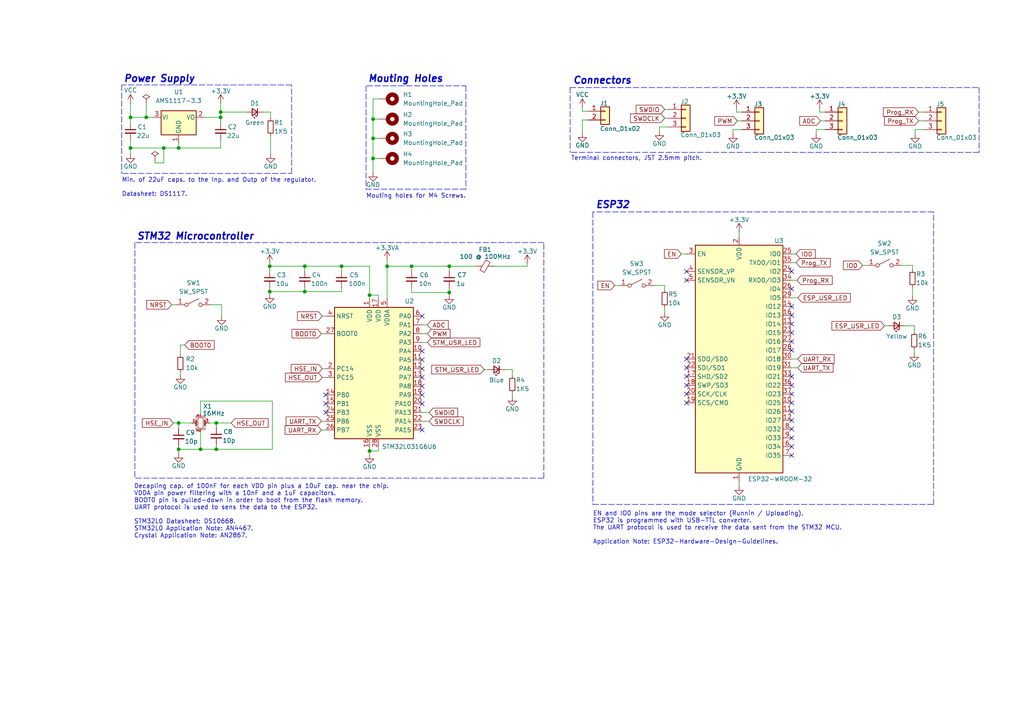
<source format=kicad_sch>
(kicad_sch (version 20211123) (generator eeschema)

  (uuid cd839f56-a81e-4514-a3ba-2b7667c204cd)

  (paper "A4")

  (title_block
    (title "STM32L0_ESP32_Breakout_Board")
    (rev "1.0")
    (company "Electro Scientific Club | Mohamed Yanis Hiou")
    (comment 2 "Send the data to the cloud with the ESP32.")
    (comment 3 "transmit the data from the STM32 to the ESP32 via UART.")
    (comment 4 "Read the data from an analog sensor and control the actuator with PWM signal.")
  )

  (lib_symbols
    (symbol "Connector_Generic:Conn_01x02" (pin_names (offset 1.016) hide) (in_bom yes) (on_board yes)
      (property "Reference" "J" (id 0) (at 0 2.54 0)
        (effects (font (size 1.27 1.27)))
      )
      (property "Value" "Conn_01x02" (id 1) (at 0 -5.08 0)
        (effects (font (size 1.27 1.27)))
      )
      (property "Footprint" "" (id 2) (at 0 0 0)
        (effects (font (size 1.27 1.27)) hide)
      )
      (property "Datasheet" "~" (id 3) (at 0 0 0)
        (effects (font (size 1.27 1.27)) hide)
      )
      (property "ki_keywords" "connector" (id 4) (at 0 0 0)
        (effects (font (size 1.27 1.27)) hide)
      )
      (property "ki_description" "Generic connector, single row, 01x02, script generated (kicad-library-utils/schlib/autogen/connector/)" (id 5) (at 0 0 0)
        (effects (font (size 1.27 1.27)) hide)
      )
      (property "ki_fp_filters" "Connector*:*_1x??_*" (id 6) (at 0 0 0)
        (effects (font (size 1.27 1.27)) hide)
      )
      (symbol "Conn_01x02_1_1"
        (rectangle (start -1.27 -2.413) (end 0 -2.667)
          (stroke (width 0.1524) (type default) (color 0 0 0 0))
          (fill (type none))
        )
        (rectangle (start -1.27 0.127) (end 0 -0.127)
          (stroke (width 0.1524) (type default) (color 0 0 0 0))
          (fill (type none))
        )
        (rectangle (start -1.27 1.27) (end 1.27 -3.81)
          (stroke (width 0.254) (type default) (color 0 0 0 0))
          (fill (type background))
        )
        (pin passive line (at -5.08 0 0) (length 3.81)
          (name "Pin_1" (effects (font (size 1.27 1.27))))
          (number "1" (effects (font (size 1.27 1.27))))
        )
        (pin passive line (at -5.08 -2.54 0) (length 3.81)
          (name "Pin_2" (effects (font (size 1.27 1.27))))
          (number "2" (effects (font (size 1.27 1.27))))
        )
      )
    )
    (symbol "Connector_Generic:Conn_01x03" (pin_names (offset 1.016) hide) (in_bom yes) (on_board yes)
      (property "Reference" "J" (id 0) (at 0 5.08 0)
        (effects (font (size 1.27 1.27)))
      )
      (property "Value" "Conn_01x03" (id 1) (at 0 -5.08 0)
        (effects (font (size 1.27 1.27)))
      )
      (property "Footprint" "" (id 2) (at 0 0 0)
        (effects (font (size 1.27 1.27)) hide)
      )
      (property "Datasheet" "~" (id 3) (at 0 0 0)
        (effects (font (size 1.27 1.27)) hide)
      )
      (property "ki_keywords" "connector" (id 4) (at 0 0 0)
        (effects (font (size 1.27 1.27)) hide)
      )
      (property "ki_description" "Generic connector, single row, 01x03, script generated (kicad-library-utils/schlib/autogen/connector/)" (id 5) (at 0 0 0)
        (effects (font (size 1.27 1.27)) hide)
      )
      (property "ki_fp_filters" "Connector*:*_1x??_*" (id 6) (at 0 0 0)
        (effects (font (size 1.27 1.27)) hide)
      )
      (symbol "Conn_01x03_1_1"
        (rectangle (start -1.27 -2.413) (end 0 -2.667)
          (stroke (width 0.1524) (type default) (color 0 0 0 0))
          (fill (type none))
        )
        (rectangle (start -1.27 0.127) (end 0 -0.127)
          (stroke (width 0.1524) (type default) (color 0 0 0 0))
          (fill (type none))
        )
        (rectangle (start -1.27 2.667) (end 0 2.413)
          (stroke (width 0.1524) (type default) (color 0 0 0 0))
          (fill (type none))
        )
        (rectangle (start -1.27 3.81) (end 1.27 -3.81)
          (stroke (width 0.254) (type default) (color 0 0 0 0))
          (fill (type background))
        )
        (pin passive line (at -5.08 2.54 0) (length 3.81)
          (name "Pin_1" (effects (font (size 1.27 1.27))))
          (number "1" (effects (font (size 1.27 1.27))))
        )
        (pin passive line (at -5.08 0 0) (length 3.81)
          (name "Pin_2" (effects (font (size 1.27 1.27))))
          (number "2" (effects (font (size 1.27 1.27))))
        )
        (pin passive line (at -5.08 -2.54 0) (length 3.81)
          (name "Pin_3" (effects (font (size 1.27 1.27))))
          (number "3" (effects (font (size 1.27 1.27))))
        )
      )
    )
    (symbol "Device:C_Small" (pin_numbers hide) (pin_names (offset 0.254) hide) (in_bom yes) (on_board yes)
      (property "Reference" "C" (id 0) (at 0.254 1.778 0)
        (effects (font (size 1.27 1.27)) (justify left))
      )
      (property "Value" "C_Small" (id 1) (at 0.254 -2.032 0)
        (effects (font (size 1.27 1.27)) (justify left))
      )
      (property "Footprint" "" (id 2) (at 0 0 0)
        (effects (font (size 1.27 1.27)) hide)
      )
      (property "Datasheet" "~" (id 3) (at 0 0 0)
        (effects (font (size 1.27 1.27)) hide)
      )
      (property "ki_keywords" "capacitor cap" (id 4) (at 0 0 0)
        (effects (font (size 1.27 1.27)) hide)
      )
      (property "ki_description" "Unpolarized capacitor, small symbol" (id 5) (at 0 0 0)
        (effects (font (size 1.27 1.27)) hide)
      )
      (property "ki_fp_filters" "C_*" (id 6) (at 0 0 0)
        (effects (font (size 1.27 1.27)) hide)
      )
      (symbol "C_Small_0_1"
        (polyline
          (pts
            (xy -1.524 -0.508)
            (xy 1.524 -0.508)
          )
          (stroke (width 0.3302) (type default) (color 0 0 0 0))
          (fill (type none))
        )
        (polyline
          (pts
            (xy -1.524 0.508)
            (xy 1.524 0.508)
          )
          (stroke (width 0.3048) (type default) (color 0 0 0 0))
          (fill (type none))
        )
      )
      (symbol "C_Small_1_1"
        (pin passive line (at 0 2.54 270) (length 2.032)
          (name "~" (effects (font (size 1.27 1.27))))
          (number "1" (effects (font (size 1.27 1.27))))
        )
        (pin passive line (at 0 -2.54 90) (length 2.032)
          (name "~" (effects (font (size 1.27 1.27))))
          (number "2" (effects (font (size 1.27 1.27))))
        )
      )
    )
    (symbol "Device:Crystal_GND24_Small" (pin_names (offset 1.016) hide) (in_bom yes) (on_board yes)
      (property "Reference" "Y" (id 0) (at 1.27 4.445 0)
        (effects (font (size 1.27 1.27)) (justify left))
      )
      (property "Value" "Crystal_GND24_Small" (id 1) (at 1.27 2.54 0)
        (effects (font (size 1.27 1.27)) (justify left))
      )
      (property "Footprint" "" (id 2) (at 0 0 0)
        (effects (font (size 1.27 1.27)) hide)
      )
      (property "Datasheet" "~" (id 3) (at 0 0 0)
        (effects (font (size 1.27 1.27)) hide)
      )
      (property "ki_keywords" "quartz ceramic resonator oscillator" (id 4) (at 0 0 0)
        (effects (font (size 1.27 1.27)) hide)
      )
      (property "ki_description" "Four pin crystal, GND on pins 2 and 4, small symbol" (id 5) (at 0 0 0)
        (effects (font (size 1.27 1.27)) hide)
      )
      (property "ki_fp_filters" "Crystal*" (id 6) (at 0 0 0)
        (effects (font (size 1.27 1.27)) hide)
      )
      (symbol "Crystal_GND24_Small_0_1"
        (rectangle (start -0.762 -1.524) (end 0.762 1.524)
          (stroke (width 0) (type default) (color 0 0 0 0))
          (fill (type none))
        )
        (polyline
          (pts
            (xy -1.27 -0.762)
            (xy -1.27 0.762)
          )
          (stroke (width 0.381) (type default) (color 0 0 0 0))
          (fill (type none))
        )
        (polyline
          (pts
            (xy 1.27 -0.762)
            (xy 1.27 0.762)
          )
          (stroke (width 0.381) (type default) (color 0 0 0 0))
          (fill (type none))
        )
        (polyline
          (pts
            (xy -1.27 -1.27)
            (xy -1.27 -1.905)
            (xy 1.27 -1.905)
            (xy 1.27 -1.27)
          )
          (stroke (width 0) (type default) (color 0 0 0 0))
          (fill (type none))
        )
        (polyline
          (pts
            (xy -1.27 1.27)
            (xy -1.27 1.905)
            (xy 1.27 1.905)
            (xy 1.27 1.27)
          )
          (stroke (width 0) (type default) (color 0 0 0 0))
          (fill (type none))
        )
      )
      (symbol "Crystal_GND24_Small_1_1"
        (pin passive line (at -2.54 0 0) (length 1.27)
          (name "1" (effects (font (size 1.27 1.27))))
          (number "1" (effects (font (size 0.762 0.762))))
        )
        (pin passive line (at 0 -2.54 90) (length 0.635)
          (name "2" (effects (font (size 1.27 1.27))))
          (number "2" (effects (font (size 0.762 0.762))))
        )
        (pin passive line (at 2.54 0 180) (length 1.27)
          (name "3" (effects (font (size 1.27 1.27))))
          (number "3" (effects (font (size 0.762 0.762))))
        )
        (pin passive line (at 0 2.54 270) (length 0.635)
          (name "4" (effects (font (size 1.27 1.27))))
          (number "4" (effects (font (size 0.762 0.762))))
        )
      )
    )
    (symbol "Device:FerriteBead_Small" (pin_numbers hide) (pin_names (offset 0)) (in_bom yes) (on_board yes)
      (property "Reference" "FB" (id 0) (at 1.905 1.27 0)
        (effects (font (size 1.27 1.27)) (justify left))
      )
      (property "Value" "FerriteBead_Small" (id 1) (at 1.905 -1.27 0)
        (effects (font (size 1.27 1.27)) (justify left))
      )
      (property "Footprint" "" (id 2) (at -1.778 0 90)
        (effects (font (size 1.27 1.27)) hide)
      )
      (property "Datasheet" "~" (id 3) (at 0 0 0)
        (effects (font (size 1.27 1.27)) hide)
      )
      (property "ki_keywords" "L ferrite bead inductor filter" (id 4) (at 0 0 0)
        (effects (font (size 1.27 1.27)) hide)
      )
      (property "ki_description" "Ferrite bead, small symbol" (id 5) (at 0 0 0)
        (effects (font (size 1.27 1.27)) hide)
      )
      (property "ki_fp_filters" "Inductor_* L_* *Ferrite*" (id 6) (at 0 0 0)
        (effects (font (size 1.27 1.27)) hide)
      )
      (symbol "FerriteBead_Small_0_1"
        (polyline
          (pts
            (xy 0 -1.27)
            (xy 0 -0.7874)
          )
          (stroke (width 0) (type default) (color 0 0 0 0))
          (fill (type none))
        )
        (polyline
          (pts
            (xy 0 0.889)
            (xy 0 1.2954)
          )
          (stroke (width 0) (type default) (color 0 0 0 0))
          (fill (type none))
        )
        (polyline
          (pts
            (xy -1.8288 0.2794)
            (xy -1.1176 1.4986)
            (xy 1.8288 -0.2032)
            (xy 1.1176 -1.4224)
            (xy -1.8288 0.2794)
          )
          (stroke (width 0) (type default) (color 0 0 0 0))
          (fill (type none))
        )
      )
      (symbol "FerriteBead_Small_1_1"
        (pin passive line (at 0 2.54 270) (length 1.27)
          (name "~" (effects (font (size 1.27 1.27))))
          (number "1" (effects (font (size 1.27 1.27))))
        )
        (pin passive line (at 0 -2.54 90) (length 1.27)
          (name "~" (effects (font (size 1.27 1.27))))
          (number "2" (effects (font (size 1.27 1.27))))
        )
      )
    )
    (symbol "Device:LED_Small" (pin_numbers hide) (pin_names (offset 0.254) hide) (in_bom yes) (on_board yes)
      (property "Reference" "D" (id 0) (at -1.27 3.175 0)
        (effects (font (size 1.27 1.27)) (justify left))
      )
      (property "Value" "LED_Small" (id 1) (at -4.445 -2.54 0)
        (effects (font (size 1.27 1.27)) (justify left))
      )
      (property "Footprint" "" (id 2) (at 0 0 90)
        (effects (font (size 1.27 1.27)) hide)
      )
      (property "Datasheet" "~" (id 3) (at 0 0 90)
        (effects (font (size 1.27 1.27)) hide)
      )
      (property "ki_keywords" "LED diode light-emitting-diode" (id 4) (at 0 0 0)
        (effects (font (size 1.27 1.27)) hide)
      )
      (property "ki_description" "Light emitting diode, small symbol" (id 5) (at 0 0 0)
        (effects (font (size 1.27 1.27)) hide)
      )
      (property "ki_fp_filters" "LED* LED_SMD:* LED_THT:*" (id 6) (at 0 0 0)
        (effects (font (size 1.27 1.27)) hide)
      )
      (symbol "LED_Small_0_1"
        (polyline
          (pts
            (xy -0.762 -1.016)
            (xy -0.762 1.016)
          )
          (stroke (width 0.254) (type default) (color 0 0 0 0))
          (fill (type none))
        )
        (polyline
          (pts
            (xy 1.016 0)
            (xy -0.762 0)
          )
          (stroke (width 0) (type default) (color 0 0 0 0))
          (fill (type none))
        )
        (polyline
          (pts
            (xy 0.762 -1.016)
            (xy -0.762 0)
            (xy 0.762 1.016)
            (xy 0.762 -1.016)
          )
          (stroke (width 0.254) (type default) (color 0 0 0 0))
          (fill (type none))
        )
        (polyline
          (pts
            (xy 0 0.762)
            (xy -0.508 1.27)
            (xy -0.254 1.27)
            (xy -0.508 1.27)
            (xy -0.508 1.016)
          )
          (stroke (width 0) (type default) (color 0 0 0 0))
          (fill (type none))
        )
        (polyline
          (pts
            (xy 0.508 1.27)
            (xy 0 1.778)
            (xy 0.254 1.778)
            (xy 0 1.778)
            (xy 0 1.524)
          )
          (stroke (width 0) (type default) (color 0 0 0 0))
          (fill (type none))
        )
      )
      (symbol "LED_Small_1_1"
        (pin passive line (at -2.54 0 0) (length 1.778)
          (name "K" (effects (font (size 1.27 1.27))))
          (number "1" (effects (font (size 1.27 1.27))))
        )
        (pin passive line (at 2.54 0 180) (length 1.778)
          (name "A" (effects (font (size 1.27 1.27))))
          (number "2" (effects (font (size 1.27 1.27))))
        )
      )
    )
    (symbol "Device:R_Small" (pin_numbers hide) (pin_names (offset 0.254) hide) (in_bom yes) (on_board yes)
      (property "Reference" "R" (id 0) (at 0.762 0.508 0)
        (effects (font (size 1.27 1.27)) (justify left))
      )
      (property "Value" "R_Small" (id 1) (at 0.762 -1.016 0)
        (effects (font (size 1.27 1.27)) (justify left))
      )
      (property "Footprint" "" (id 2) (at 0 0 0)
        (effects (font (size 1.27 1.27)) hide)
      )
      (property "Datasheet" "~" (id 3) (at 0 0 0)
        (effects (font (size 1.27 1.27)) hide)
      )
      (property "ki_keywords" "R resistor" (id 4) (at 0 0 0)
        (effects (font (size 1.27 1.27)) hide)
      )
      (property "ki_description" "Resistor, small symbol" (id 5) (at 0 0 0)
        (effects (font (size 1.27 1.27)) hide)
      )
      (property "ki_fp_filters" "R_*" (id 6) (at 0 0 0)
        (effects (font (size 1.27 1.27)) hide)
      )
      (symbol "R_Small_0_1"
        (rectangle (start -0.762 1.778) (end 0.762 -1.778)
          (stroke (width 0.2032) (type default) (color 0 0 0 0))
          (fill (type none))
        )
      )
      (symbol "R_Small_1_1"
        (pin passive line (at 0 2.54 270) (length 0.762)
          (name "~" (effects (font (size 1.27 1.27))))
          (number "1" (effects (font (size 1.27 1.27))))
        )
        (pin passive line (at 0 -2.54 90) (length 0.762)
          (name "~" (effects (font (size 1.27 1.27))))
          (number "2" (effects (font (size 1.27 1.27))))
        )
      )
    )
    (symbol "MCU_ST_STM32L0:STM32L031G6Ux" (in_bom yes) (on_board yes)
      (property "Reference" "U" (id 0) (at -12.7 19.05 0)
        (effects (font (size 1.27 1.27)) (justify left))
      )
      (property "Value" "STM32L031G6Ux" (id 1) (at 5.08 19.05 0)
        (effects (font (size 1.27 1.27)) (justify left))
      )
      (property "Footprint" "Package_DFN_QFN:QFN-28_4x4mm_P0.5mm" (id 2) (at -12.7 -20.32 0)
        (effects (font (size 1.27 1.27)) (justify right) hide)
      )
      (property "Datasheet" "http://www.st.com/st-web-ui/static/active/en/resource/technical/document/datasheet/DM00140359.pdf" (id 3) (at 0 0 0)
        (effects (font (size 1.27 1.27)) hide)
      )
      (property "ki_keywords" "ARM Cortex-M0+ STM32L0 STM32L0x1" (id 4) (at 0 0 0)
        (effects (font (size 1.27 1.27)) hide)
      )
      (property "ki_description" "ARM Cortex-M0+ MCU, 32KB flash, 8KB RAM, 32MHz, 1.65-3.6V, 21 GPIO, UFQFPN-28" (id 5) (at 0 0 0)
        (effects (font (size 1.27 1.27)) hide)
      )
      (property "ki_fp_filters" "QFN*4x4mm*P0.5mm*" (id 6) (at 0 0 0)
        (effects (font (size 1.27 1.27)) hide)
      )
      (symbol "STM32L031G6Ux_0_1"
        (rectangle (start -12.7 -20.32) (end 10.16 17.78)
          (stroke (width 0.254) (type default) (color 0 0 0 0))
          (fill (type background))
        )
      )
      (symbol "STM32L031G6Ux_1_1"
        (pin power_in line (at -2.54 20.32 270) (length 2.54)
          (name "VDD" (effects (font (size 1.27 1.27))))
          (number "1" (effects (font (size 1.27 1.27))))
        )
        (pin bidirectional line (at 12.7 5.08 180) (length 2.54)
          (name "PA4" (effects (font (size 1.27 1.27))))
          (number "10" (effects (font (size 1.27 1.27))))
        )
        (pin bidirectional line (at 12.7 2.54 180) (length 2.54)
          (name "PA5" (effects (font (size 1.27 1.27))))
          (number "11" (effects (font (size 1.27 1.27))))
        )
        (pin bidirectional line (at 12.7 0 180) (length 2.54)
          (name "PA6" (effects (font (size 1.27 1.27))))
          (number "12" (effects (font (size 1.27 1.27))))
        )
        (pin bidirectional line (at 12.7 -2.54 180) (length 2.54)
          (name "PA7" (effects (font (size 1.27 1.27))))
          (number "13" (effects (font (size 1.27 1.27))))
        )
        (pin bidirectional line (at -15.24 -7.62 0) (length 2.54)
          (name "PB0" (effects (font (size 1.27 1.27))))
          (number "14" (effects (font (size 1.27 1.27))))
        )
        (pin bidirectional line (at -15.24 -10.16 0) (length 2.54)
          (name "PB1" (effects (font (size 1.27 1.27))))
          (number "15" (effects (font (size 1.27 1.27))))
        )
        (pin power_in line (at -2.54 -22.86 90) (length 2.54)
          (name "VSS" (effects (font (size 1.27 1.27))))
          (number "16" (effects (font (size 1.27 1.27))))
        )
        (pin power_in line (at 0 20.32 270) (length 2.54)
          (name "VDD" (effects (font (size 1.27 1.27))))
          (number "17" (effects (font (size 1.27 1.27))))
        )
        (pin bidirectional line (at 12.7 -5.08 180) (length 2.54)
          (name "PA8" (effects (font (size 1.27 1.27))))
          (number "18" (effects (font (size 1.27 1.27))))
        )
        (pin bidirectional line (at 12.7 -7.62 180) (length 2.54)
          (name "PA9" (effects (font (size 1.27 1.27))))
          (number "19" (effects (font (size 1.27 1.27))))
        )
        (pin bidirectional line (at -15.24 0 0) (length 2.54)
          (name "PC14" (effects (font (size 1.27 1.27))))
          (number "2" (effects (font (size 1.27 1.27))))
        )
        (pin bidirectional line (at 12.7 -10.16 180) (length 2.54)
          (name "PA10" (effects (font (size 1.27 1.27))))
          (number "20" (effects (font (size 1.27 1.27))))
        )
        (pin bidirectional line (at 12.7 -12.7 180) (length 2.54)
          (name "PA13" (effects (font (size 1.27 1.27))))
          (number "21" (effects (font (size 1.27 1.27))))
        )
        (pin bidirectional line (at 12.7 -15.24 180) (length 2.54)
          (name "PA14" (effects (font (size 1.27 1.27))))
          (number "22" (effects (font (size 1.27 1.27))))
        )
        (pin bidirectional line (at 12.7 -17.78 180) (length 2.54)
          (name "PA15" (effects (font (size 1.27 1.27))))
          (number "23" (effects (font (size 1.27 1.27))))
        )
        (pin bidirectional line (at -15.24 -12.7 0) (length 2.54)
          (name "PB3" (effects (font (size 1.27 1.27))))
          (number "24" (effects (font (size 1.27 1.27))))
        )
        (pin bidirectional line (at -15.24 -15.24 0) (length 2.54)
          (name "PB6" (effects (font (size 1.27 1.27))))
          (number "25" (effects (font (size 1.27 1.27))))
        )
        (pin bidirectional line (at -15.24 -17.78 0) (length 2.54)
          (name "PB7" (effects (font (size 1.27 1.27))))
          (number "26" (effects (font (size 1.27 1.27))))
        )
        (pin input line (at -15.24 10.16 0) (length 2.54)
          (name "BOOT0" (effects (font (size 1.27 1.27))))
          (number "27" (effects (font (size 1.27 1.27))))
        )
        (pin power_in line (at 0 -22.86 90) (length 2.54)
          (name "VSS" (effects (font (size 1.27 1.27))))
          (number "28" (effects (font (size 1.27 1.27))))
        )
        (pin bidirectional line (at -15.24 -2.54 0) (length 2.54)
          (name "PC15" (effects (font (size 1.27 1.27))))
          (number "3" (effects (font (size 1.27 1.27))))
        )
        (pin input line (at -15.24 15.24 0) (length 2.54)
          (name "NRST" (effects (font (size 1.27 1.27))))
          (number "4" (effects (font (size 1.27 1.27))))
        )
        (pin power_in line (at 2.54 20.32 270) (length 2.54)
          (name "VDDA" (effects (font (size 1.27 1.27))))
          (number "5" (effects (font (size 1.27 1.27))))
        )
        (pin bidirectional line (at 12.7 15.24 180) (length 2.54)
          (name "PA0" (effects (font (size 1.27 1.27))))
          (number "6" (effects (font (size 1.27 1.27))))
        )
        (pin bidirectional line (at 12.7 12.7 180) (length 2.54)
          (name "PA1" (effects (font (size 1.27 1.27))))
          (number "7" (effects (font (size 1.27 1.27))))
        )
        (pin bidirectional line (at 12.7 10.16 180) (length 2.54)
          (name "PA2" (effects (font (size 1.27 1.27))))
          (number "8" (effects (font (size 1.27 1.27))))
        )
        (pin bidirectional line (at 12.7 7.62 180) (length 2.54)
          (name "PA3" (effects (font (size 1.27 1.27))))
          (number "9" (effects (font (size 1.27 1.27))))
        )
      )
    )
    (symbol "Mechanical:MountingHole_Pad" (pin_numbers hide) (pin_names (offset 1.016) hide) (in_bom yes) (on_board yes)
      (property "Reference" "H" (id 0) (at 0 6.35 0)
        (effects (font (size 1.27 1.27)))
      )
      (property "Value" "MountingHole_Pad" (id 1) (at 0 4.445 0)
        (effects (font (size 1.27 1.27)))
      )
      (property "Footprint" "" (id 2) (at 0 0 0)
        (effects (font (size 1.27 1.27)) hide)
      )
      (property "Datasheet" "~" (id 3) (at 0 0 0)
        (effects (font (size 1.27 1.27)) hide)
      )
      (property "ki_keywords" "mounting hole" (id 4) (at 0 0 0)
        (effects (font (size 1.27 1.27)) hide)
      )
      (property "ki_description" "Mounting Hole with connection" (id 5) (at 0 0 0)
        (effects (font (size 1.27 1.27)) hide)
      )
      (property "ki_fp_filters" "MountingHole*Pad*" (id 6) (at 0 0 0)
        (effects (font (size 1.27 1.27)) hide)
      )
      (symbol "MountingHole_Pad_0_1"
        (circle (center 0 1.27) (radius 1.27)
          (stroke (width 1.27) (type default) (color 0 0 0 0))
          (fill (type none))
        )
      )
      (symbol "MountingHole_Pad_1_1"
        (pin input line (at 0 -2.54 90) (length 2.54)
          (name "1" (effects (font (size 1.27 1.27))))
          (number "1" (effects (font (size 1.27 1.27))))
        )
      )
    )
    (symbol "RF_Module:ESP32-WROOM-32" (in_bom yes) (on_board yes)
      (property "Reference" "U" (id 0) (at -12.7 34.29 0)
        (effects (font (size 1.27 1.27)) (justify left))
      )
      (property "Value" "ESP32-WROOM-32" (id 1) (at 1.27 34.29 0)
        (effects (font (size 1.27 1.27)) (justify left))
      )
      (property "Footprint" "RF_Module:ESP32-WROOM-32" (id 2) (at 0 -38.1 0)
        (effects (font (size 1.27 1.27)) hide)
      )
      (property "Datasheet" "https://www.espressif.com/sites/default/files/documentation/esp32-wroom-32_datasheet_en.pdf" (id 3) (at -7.62 1.27 0)
        (effects (font (size 1.27 1.27)) hide)
      )
      (property "ki_keywords" "RF Radio BT ESP ESP32 Espressif onboard PCB antenna" (id 4) (at 0 0 0)
        (effects (font (size 1.27 1.27)) hide)
      )
      (property "ki_description" "RF Module, ESP32-D0WDQ6 SoC, Wi-Fi 802.11b/g/n, Bluetooth, BLE, 32-bit, 2.7-3.6V, onboard antenna, SMD" (id 5) (at 0 0 0)
        (effects (font (size 1.27 1.27)) hide)
      )
      (property "ki_fp_filters" "ESP32?WROOM?32*" (id 6) (at 0 0 0)
        (effects (font (size 1.27 1.27)) hide)
      )
      (symbol "ESP32-WROOM-32_0_1"
        (rectangle (start -12.7 33.02) (end 12.7 -33.02)
          (stroke (width 0.254) (type default) (color 0 0 0 0))
          (fill (type background))
        )
      )
      (symbol "ESP32-WROOM-32_1_1"
        (pin power_in line (at 0 -35.56 90) (length 2.54)
          (name "GND" (effects (font (size 1.27 1.27))))
          (number "1" (effects (font (size 1.27 1.27))))
        )
        (pin bidirectional line (at 15.24 -12.7 180) (length 2.54)
          (name "IO25" (effects (font (size 1.27 1.27))))
          (number "10" (effects (font (size 1.27 1.27))))
        )
        (pin bidirectional line (at 15.24 -15.24 180) (length 2.54)
          (name "IO26" (effects (font (size 1.27 1.27))))
          (number "11" (effects (font (size 1.27 1.27))))
        )
        (pin bidirectional line (at 15.24 -17.78 180) (length 2.54)
          (name "IO27" (effects (font (size 1.27 1.27))))
          (number "12" (effects (font (size 1.27 1.27))))
        )
        (pin bidirectional line (at 15.24 10.16 180) (length 2.54)
          (name "IO14" (effects (font (size 1.27 1.27))))
          (number "13" (effects (font (size 1.27 1.27))))
        )
        (pin bidirectional line (at 15.24 15.24 180) (length 2.54)
          (name "IO12" (effects (font (size 1.27 1.27))))
          (number "14" (effects (font (size 1.27 1.27))))
        )
        (pin passive line (at 0 -35.56 90) (length 2.54) hide
          (name "GND" (effects (font (size 1.27 1.27))))
          (number "15" (effects (font (size 1.27 1.27))))
        )
        (pin bidirectional line (at 15.24 12.7 180) (length 2.54)
          (name "IO13" (effects (font (size 1.27 1.27))))
          (number "16" (effects (font (size 1.27 1.27))))
        )
        (pin bidirectional line (at -15.24 -5.08 0) (length 2.54)
          (name "SHD/SD2" (effects (font (size 1.27 1.27))))
          (number "17" (effects (font (size 1.27 1.27))))
        )
        (pin bidirectional line (at -15.24 -7.62 0) (length 2.54)
          (name "SWP/SD3" (effects (font (size 1.27 1.27))))
          (number "18" (effects (font (size 1.27 1.27))))
        )
        (pin bidirectional line (at -15.24 -12.7 0) (length 2.54)
          (name "SCS/CMD" (effects (font (size 1.27 1.27))))
          (number "19" (effects (font (size 1.27 1.27))))
        )
        (pin power_in line (at 0 35.56 270) (length 2.54)
          (name "VDD" (effects (font (size 1.27 1.27))))
          (number "2" (effects (font (size 1.27 1.27))))
        )
        (pin bidirectional line (at -15.24 -10.16 0) (length 2.54)
          (name "SCK/CLK" (effects (font (size 1.27 1.27))))
          (number "20" (effects (font (size 1.27 1.27))))
        )
        (pin bidirectional line (at -15.24 0 0) (length 2.54)
          (name "SDO/SD0" (effects (font (size 1.27 1.27))))
          (number "21" (effects (font (size 1.27 1.27))))
        )
        (pin bidirectional line (at -15.24 -2.54 0) (length 2.54)
          (name "SDI/SD1" (effects (font (size 1.27 1.27))))
          (number "22" (effects (font (size 1.27 1.27))))
        )
        (pin bidirectional line (at 15.24 7.62 180) (length 2.54)
          (name "IO15" (effects (font (size 1.27 1.27))))
          (number "23" (effects (font (size 1.27 1.27))))
        )
        (pin bidirectional line (at 15.24 25.4 180) (length 2.54)
          (name "IO2" (effects (font (size 1.27 1.27))))
          (number "24" (effects (font (size 1.27 1.27))))
        )
        (pin bidirectional line (at 15.24 30.48 180) (length 2.54)
          (name "IO0" (effects (font (size 1.27 1.27))))
          (number "25" (effects (font (size 1.27 1.27))))
        )
        (pin bidirectional line (at 15.24 20.32 180) (length 2.54)
          (name "IO4" (effects (font (size 1.27 1.27))))
          (number "26" (effects (font (size 1.27 1.27))))
        )
        (pin bidirectional line (at 15.24 5.08 180) (length 2.54)
          (name "IO16" (effects (font (size 1.27 1.27))))
          (number "27" (effects (font (size 1.27 1.27))))
        )
        (pin bidirectional line (at 15.24 2.54 180) (length 2.54)
          (name "IO17" (effects (font (size 1.27 1.27))))
          (number "28" (effects (font (size 1.27 1.27))))
        )
        (pin bidirectional line (at 15.24 17.78 180) (length 2.54)
          (name "IO5" (effects (font (size 1.27 1.27))))
          (number "29" (effects (font (size 1.27 1.27))))
        )
        (pin input line (at -15.24 30.48 0) (length 2.54)
          (name "EN" (effects (font (size 1.27 1.27))))
          (number "3" (effects (font (size 1.27 1.27))))
        )
        (pin bidirectional line (at 15.24 0 180) (length 2.54)
          (name "IO18" (effects (font (size 1.27 1.27))))
          (number "30" (effects (font (size 1.27 1.27))))
        )
        (pin bidirectional line (at 15.24 -2.54 180) (length 2.54)
          (name "IO19" (effects (font (size 1.27 1.27))))
          (number "31" (effects (font (size 1.27 1.27))))
        )
        (pin no_connect line (at -12.7 -27.94 0) (length 2.54) hide
          (name "NC" (effects (font (size 1.27 1.27))))
          (number "32" (effects (font (size 1.27 1.27))))
        )
        (pin bidirectional line (at 15.24 -5.08 180) (length 2.54)
          (name "IO21" (effects (font (size 1.27 1.27))))
          (number "33" (effects (font (size 1.27 1.27))))
        )
        (pin bidirectional line (at 15.24 22.86 180) (length 2.54)
          (name "RXD0/IO3" (effects (font (size 1.27 1.27))))
          (number "34" (effects (font (size 1.27 1.27))))
        )
        (pin bidirectional line (at 15.24 27.94 180) (length 2.54)
          (name "TXD0/IO1" (effects (font (size 1.27 1.27))))
          (number "35" (effects (font (size 1.27 1.27))))
        )
        (pin bidirectional line (at 15.24 -7.62 180) (length 2.54)
          (name "IO22" (effects (font (size 1.27 1.27))))
          (number "36" (effects (font (size 1.27 1.27))))
        )
        (pin bidirectional line (at 15.24 -10.16 180) (length 2.54)
          (name "IO23" (effects (font (size 1.27 1.27))))
          (number "37" (effects (font (size 1.27 1.27))))
        )
        (pin passive line (at 0 -35.56 90) (length 2.54) hide
          (name "GND" (effects (font (size 1.27 1.27))))
          (number "38" (effects (font (size 1.27 1.27))))
        )
        (pin passive line (at 0 -35.56 90) (length 2.54) hide
          (name "GND" (effects (font (size 1.27 1.27))))
          (number "39" (effects (font (size 1.27 1.27))))
        )
        (pin input line (at -15.24 25.4 0) (length 2.54)
          (name "SENSOR_VP" (effects (font (size 1.27 1.27))))
          (number "4" (effects (font (size 1.27 1.27))))
        )
        (pin input line (at -15.24 22.86 0) (length 2.54)
          (name "SENSOR_VN" (effects (font (size 1.27 1.27))))
          (number "5" (effects (font (size 1.27 1.27))))
        )
        (pin input line (at 15.24 -25.4 180) (length 2.54)
          (name "IO34" (effects (font (size 1.27 1.27))))
          (number "6" (effects (font (size 1.27 1.27))))
        )
        (pin input line (at 15.24 -27.94 180) (length 2.54)
          (name "IO35" (effects (font (size 1.27 1.27))))
          (number "7" (effects (font (size 1.27 1.27))))
        )
        (pin bidirectional line (at 15.24 -20.32 180) (length 2.54)
          (name "IO32" (effects (font (size 1.27 1.27))))
          (number "8" (effects (font (size 1.27 1.27))))
        )
        (pin bidirectional line (at 15.24 -22.86 180) (length 2.54)
          (name "IO33" (effects (font (size 1.27 1.27))))
          (number "9" (effects (font (size 1.27 1.27))))
        )
      )
    )
    (symbol "Regulator_Linear:AMS1117-3.3" (pin_names (offset 0.254)) (in_bom yes) (on_board yes)
      (property "Reference" "U" (id 0) (at -3.81 3.175 0)
        (effects (font (size 1.27 1.27)))
      )
      (property "Value" "AMS1117-3.3" (id 1) (at 0 3.175 0)
        (effects (font (size 1.27 1.27)) (justify left))
      )
      (property "Footprint" "Package_TO_SOT_SMD:SOT-223-3_TabPin2" (id 2) (at 0 5.08 0)
        (effects (font (size 1.27 1.27)) hide)
      )
      (property "Datasheet" "http://www.advanced-monolithic.com/pdf/ds1117.pdf" (id 3) (at 2.54 -6.35 0)
        (effects (font (size 1.27 1.27)) hide)
      )
      (property "ki_keywords" "linear regulator ldo fixed positive" (id 4) (at 0 0 0)
        (effects (font (size 1.27 1.27)) hide)
      )
      (property "ki_description" "1A Low Dropout regulator, positive, 3.3V fixed output, SOT-223" (id 5) (at 0 0 0)
        (effects (font (size 1.27 1.27)) hide)
      )
      (property "ki_fp_filters" "SOT?223*TabPin2*" (id 6) (at 0 0 0)
        (effects (font (size 1.27 1.27)) hide)
      )
      (symbol "AMS1117-3.3_0_1"
        (rectangle (start -5.08 -5.08) (end 5.08 1.905)
          (stroke (width 0.254) (type default) (color 0 0 0 0))
          (fill (type background))
        )
      )
      (symbol "AMS1117-3.3_1_1"
        (pin power_in line (at 0 -7.62 90) (length 2.54)
          (name "GND" (effects (font (size 1.27 1.27))))
          (number "1" (effects (font (size 1.27 1.27))))
        )
        (pin power_out line (at 7.62 0 180) (length 2.54)
          (name "VO" (effects (font (size 1.27 1.27))))
          (number "2" (effects (font (size 1.27 1.27))))
        )
        (pin power_in line (at -7.62 0 0) (length 2.54)
          (name "VI" (effects (font (size 1.27 1.27))))
          (number "3" (effects (font (size 1.27 1.27))))
        )
      )
    )
    (symbol "Switch:SW_SPST" (pin_names (offset 0) hide) (in_bom yes) (on_board yes)
      (property "Reference" "SW" (id 0) (at 0 3.175 0)
        (effects (font (size 1.27 1.27)))
      )
      (property "Value" "SW_SPST" (id 1) (at 0 -2.54 0)
        (effects (font (size 1.27 1.27)))
      )
      (property "Footprint" "" (id 2) (at 0 0 0)
        (effects (font (size 1.27 1.27)) hide)
      )
      (property "Datasheet" "~" (id 3) (at 0 0 0)
        (effects (font (size 1.27 1.27)) hide)
      )
      (property "ki_keywords" "switch lever" (id 4) (at 0 0 0)
        (effects (font (size 1.27 1.27)) hide)
      )
      (property "ki_description" "Single Pole Single Throw (SPST) switch" (id 5) (at 0 0 0)
        (effects (font (size 1.27 1.27)) hide)
      )
      (symbol "SW_SPST_0_0"
        (circle (center -2.032 0) (radius 0.508)
          (stroke (width 0) (type default) (color 0 0 0 0))
          (fill (type none))
        )
        (polyline
          (pts
            (xy -1.524 0.254)
            (xy 1.524 1.778)
          )
          (stroke (width 0) (type default) (color 0 0 0 0))
          (fill (type none))
        )
        (circle (center 2.032 0) (radius 0.508)
          (stroke (width 0) (type default) (color 0 0 0 0))
          (fill (type none))
        )
      )
      (symbol "SW_SPST_1_1"
        (pin passive line (at -5.08 0 0) (length 2.54)
          (name "A" (effects (font (size 1.27 1.27))))
          (number "1" (effects (font (size 1.27 1.27))))
        )
        (pin passive line (at 5.08 0 180) (length 2.54)
          (name "B" (effects (font (size 1.27 1.27))))
          (number "2" (effects (font (size 1.27 1.27))))
        )
      )
    )
    (symbol "power:+3.3V" (power) (pin_names (offset 0)) (in_bom yes) (on_board yes)
      (property "Reference" "#PWR" (id 0) (at 0 -3.81 0)
        (effects (font (size 1.27 1.27)) hide)
      )
      (property "Value" "+3.3V" (id 1) (at 0 3.556 0)
        (effects (font (size 1.27 1.27)))
      )
      (property "Footprint" "" (id 2) (at 0 0 0)
        (effects (font (size 1.27 1.27)) hide)
      )
      (property "Datasheet" "" (id 3) (at 0 0 0)
        (effects (font (size 1.27 1.27)) hide)
      )
      (property "ki_keywords" "power-flag" (id 4) (at 0 0 0)
        (effects (font (size 1.27 1.27)) hide)
      )
      (property "ki_description" "Power symbol creates a global label with name \"+3.3V\"" (id 5) (at 0 0 0)
        (effects (font (size 1.27 1.27)) hide)
      )
      (symbol "+3.3V_0_1"
        (polyline
          (pts
            (xy -0.762 1.27)
            (xy 0 2.54)
          )
          (stroke (width 0) (type default) (color 0 0 0 0))
          (fill (type none))
        )
        (polyline
          (pts
            (xy 0 0)
            (xy 0 2.54)
          )
          (stroke (width 0) (type default) (color 0 0 0 0))
          (fill (type none))
        )
        (polyline
          (pts
            (xy 0 2.54)
            (xy 0.762 1.27)
          )
          (stroke (width 0) (type default) (color 0 0 0 0))
          (fill (type none))
        )
      )
      (symbol "+3.3V_1_1"
        (pin power_in line (at 0 0 90) (length 0) hide
          (name "+3.3V" (effects (font (size 1.27 1.27))))
          (number "1" (effects (font (size 1.27 1.27))))
        )
      )
    )
    (symbol "power:+3.3VA" (power) (pin_names (offset 0)) (in_bom yes) (on_board yes)
      (property "Reference" "#PWR" (id 0) (at 0 -3.81 0)
        (effects (font (size 1.27 1.27)) hide)
      )
      (property "Value" "+3.3VA" (id 1) (at 0 3.556 0)
        (effects (font (size 1.27 1.27)))
      )
      (property "Footprint" "" (id 2) (at 0 0 0)
        (effects (font (size 1.27 1.27)) hide)
      )
      (property "Datasheet" "" (id 3) (at 0 0 0)
        (effects (font (size 1.27 1.27)) hide)
      )
      (property "ki_keywords" "power-flag" (id 4) (at 0 0 0)
        (effects (font (size 1.27 1.27)) hide)
      )
      (property "ki_description" "Power symbol creates a global label with name \"+3.3VA\"" (id 5) (at 0 0 0)
        (effects (font (size 1.27 1.27)) hide)
      )
      (symbol "+3.3VA_0_1"
        (polyline
          (pts
            (xy -0.762 1.27)
            (xy 0 2.54)
          )
          (stroke (width 0) (type default) (color 0 0 0 0))
          (fill (type none))
        )
        (polyline
          (pts
            (xy 0 0)
            (xy 0 2.54)
          )
          (stroke (width 0) (type default) (color 0 0 0 0))
          (fill (type none))
        )
        (polyline
          (pts
            (xy 0 2.54)
            (xy 0.762 1.27)
          )
          (stroke (width 0) (type default) (color 0 0 0 0))
          (fill (type none))
        )
      )
      (symbol "+3.3VA_1_1"
        (pin power_in line (at 0 0 90) (length 0) hide
          (name "+3.3VA" (effects (font (size 1.27 1.27))))
          (number "1" (effects (font (size 1.27 1.27))))
        )
      )
    )
    (symbol "power:GND" (power) (pin_names (offset 0)) (in_bom yes) (on_board yes)
      (property "Reference" "#PWR" (id 0) (at 0 -6.35 0)
        (effects (font (size 1.27 1.27)) hide)
      )
      (property "Value" "GND" (id 1) (at 0 -3.81 0)
        (effects (font (size 1.27 1.27)))
      )
      (property "Footprint" "" (id 2) (at 0 0 0)
        (effects (font (size 1.27 1.27)) hide)
      )
      (property "Datasheet" "" (id 3) (at 0 0 0)
        (effects (font (size 1.27 1.27)) hide)
      )
      (property "ki_keywords" "power-flag" (id 4) (at 0 0 0)
        (effects (font (size 1.27 1.27)) hide)
      )
      (property "ki_description" "Power symbol creates a global label with name \"GND\" , ground" (id 5) (at 0 0 0)
        (effects (font (size 1.27 1.27)) hide)
      )
      (symbol "GND_0_1"
        (polyline
          (pts
            (xy 0 0)
            (xy 0 -1.27)
            (xy 1.27 -1.27)
            (xy 0 -2.54)
            (xy -1.27 -1.27)
            (xy 0 -1.27)
          )
          (stroke (width 0) (type default) (color 0 0 0 0))
          (fill (type none))
        )
      )
      (symbol "GND_1_1"
        (pin power_in line (at 0 0 270) (length 0) hide
          (name "GND" (effects (font (size 1.27 1.27))))
          (number "1" (effects (font (size 1.27 1.27))))
        )
      )
    )
    (symbol "power:PWR_FLAG" (power) (pin_numbers hide) (pin_names (offset 0) hide) (in_bom yes) (on_board yes)
      (property "Reference" "#FLG" (id 0) (at 0 1.905 0)
        (effects (font (size 1.27 1.27)) hide)
      )
      (property "Value" "PWR_FLAG" (id 1) (at 0 3.81 0)
        (effects (font (size 1.27 1.27)))
      )
      (property "Footprint" "" (id 2) (at 0 0 0)
        (effects (font (size 1.27 1.27)) hide)
      )
      (property "Datasheet" "~" (id 3) (at 0 0 0)
        (effects (font (size 1.27 1.27)) hide)
      )
      (property "ki_keywords" "power-flag" (id 4) (at 0 0 0)
        (effects (font (size 1.27 1.27)) hide)
      )
      (property "ki_description" "Special symbol for telling ERC where power comes from" (id 5) (at 0 0 0)
        (effects (font (size 1.27 1.27)) hide)
      )
      (symbol "PWR_FLAG_0_0"
        (pin power_out line (at 0 0 90) (length 0)
          (name "pwr" (effects (font (size 1.27 1.27))))
          (number "1" (effects (font (size 1.27 1.27))))
        )
      )
      (symbol "PWR_FLAG_0_1"
        (polyline
          (pts
            (xy 0 0)
            (xy 0 1.27)
            (xy -1.016 1.905)
            (xy 0 2.54)
            (xy 1.016 1.905)
            (xy 0 1.27)
          )
          (stroke (width 0) (type default) (color 0 0 0 0))
          (fill (type none))
        )
      )
    )
    (symbol "power:VCC" (power) (pin_names (offset 0)) (in_bom yes) (on_board yes)
      (property "Reference" "#PWR" (id 0) (at 0 -3.81 0)
        (effects (font (size 1.27 1.27)) hide)
      )
      (property "Value" "VCC" (id 1) (at 0 3.81 0)
        (effects (font (size 1.27 1.27)))
      )
      (property "Footprint" "" (id 2) (at 0 0 0)
        (effects (font (size 1.27 1.27)) hide)
      )
      (property "Datasheet" "" (id 3) (at 0 0 0)
        (effects (font (size 1.27 1.27)) hide)
      )
      (property "ki_keywords" "power-flag" (id 4) (at 0 0 0)
        (effects (font (size 1.27 1.27)) hide)
      )
      (property "ki_description" "Power symbol creates a global label with name \"VCC\"" (id 5) (at 0 0 0)
        (effects (font (size 1.27 1.27)) hide)
      )
      (symbol "VCC_0_1"
        (polyline
          (pts
            (xy -0.762 1.27)
            (xy 0 2.54)
          )
          (stroke (width 0) (type default) (color 0 0 0 0))
          (fill (type none))
        )
        (polyline
          (pts
            (xy 0 0)
            (xy 0 2.54)
          )
          (stroke (width 0) (type default) (color 0 0 0 0))
          (fill (type none))
        )
        (polyline
          (pts
            (xy 0 2.54)
            (xy 0.762 1.27)
          )
          (stroke (width 0) (type default) (color 0 0 0 0))
          (fill (type none))
        )
      )
      (symbol "VCC_1_1"
        (pin power_in line (at 0 0 90) (length 0) hide
          (name "VCC" (effects (font (size 1.27 1.27))))
          (number "1" (effects (font (size 1.27 1.27))))
        )
      )
    )
  )

  (junction (at 112.268 77.216) (diameter 0) (color 0 0 0 0)
    (uuid 08fe9364-c2da-417f-9644-599aedfa9eaa)
  )
  (junction (at 47.498 42.926) (diameter 0) (color 0 0 0 0)
    (uuid 1b78a6ac-6b2e-4d47-8541-404554cee548)
  )
  (junction (at 62.738 130.302) (diameter 0) (color 0 0 0 0)
    (uuid 1ee1d2cc-9df4-4cca-854b-afa86ac09fab)
  )
  (junction (at 88.392 77.216) (diameter 0) (color 0 0 0 0)
    (uuid 2ed23cfe-9cf6-4d8b-b8db-12e9be9c60bf)
  )
  (junction (at 108.204 45.974) (diameter 0) (color 0 0 0 0)
    (uuid 3c7e5c37-6a21-406b-ae7c-9724aa2397a5)
  )
  (junction (at 107.188 130.81) (diameter 0) (color 0 0 0 0)
    (uuid 3f9439bd-e000-491f-9b51-60a11c53c2d4)
  )
  (junction (at 130.302 77.216) (diameter 0) (color 0 0 0 0)
    (uuid 40864639-961b-4c7f-a54c-032a963a7eb2)
  )
  (junction (at 119.38 77.216) (diameter 0) (color 0 0 0 0)
    (uuid 48dcdb6c-10ae-46df-8c74-780bcec90fb8)
  )
  (junction (at 130.302 84.836) (diameter 0) (color 0 0 0 0)
    (uuid 50b48977-7101-46ec-811d-c1c565c4255d)
  )
  (junction (at 108.204 40.132) (diameter 0) (color 0 0 0 0)
    (uuid 573d4c2e-c926-4f28-a358-07c49650e2d1)
  )
  (junction (at 78.232 84.582) (diameter 0) (color 0 0 0 0)
    (uuid 57dffb9b-098a-41a3-9d03-857b6d8beb2c)
  )
  (junction (at 58.166 130.302) (diameter 0) (color 0 0 0 0)
    (uuid 5c88c825-19a5-4cdb-8331-c4baf1dd694a)
  )
  (junction (at 37.846 42.926) (diameter 0) (color 0 0 0 0)
    (uuid 807b6a6e-d542-4af2-8a5c-c341cc7b1f72)
  )
  (junction (at 42.418 34.036) (diameter 0) (color 0 0 0 0)
    (uuid 8c4b4e2f-84c2-4c16-945c-47f6c1399497)
  )
  (junction (at 78.232 77.216) (diameter 0) (color 0 0 0 0)
    (uuid 9f376ded-a8f1-47cd-9f6b-a0339d0c45ae)
  )
  (junction (at 108.204 34.544) (diameter 0) (color 0 0 0 0)
    (uuid a4726367-6ae0-4f04-b98c-c11ec72c322b)
  )
  (junction (at 51.816 42.926) (diameter 0) (color 0 0 0 0)
    (uuid aa1df957-4960-411b-b0e6-c0c2dfd09196)
  )
  (junction (at 37.846 34.036) (diameter 0) (color 0 0 0 0)
    (uuid b37de97b-c42e-4eb6-aee3-1358ecbc105a)
  )
  (junction (at 99.06 77.216) (diameter 0) (color 0 0 0 0)
    (uuid ba954324-650b-4c39-a4c6-46f6a2d02ee9)
  )
  (junction (at 64.008 32.512) (diameter 0) (color 0 0 0 0)
    (uuid bb3adba8-ca96-40b8-9427-622f1e4cfbb0)
  )
  (junction (at 64.008 34.036) (diameter 0) (color 0 0 0 0)
    (uuid bd8545a4-2745-4a6c-8f2a-e5496c5de3ce)
  )
  (junction (at 51.816 130.302) (diameter 0) (color 0 0 0 0)
    (uuid c25c98f5-2ad9-409a-a984-5e75aacca3ca)
  )
  (junction (at 88.392 84.582) (diameter 0) (color 0 0 0 0)
    (uuid c715c87c-259f-4279-b3c4-616a421cc29c)
  )
  (junction (at 62.738 122.682) (diameter 0) (color 0 0 0 0)
    (uuid c8bfba10-7a0a-439a-b0fc-d883b1791971)
  )
  (junction (at 51.816 122.682) (diameter 0) (color 0 0 0 0)
    (uuid e7105e70-4937-42c9-9b8f-b9ef2ea59da0)
  )
  (junction (at 107.188 85.598) (diameter 0) (color 0 0 0 0)
    (uuid fc49ced0-87ce-4130-b523-a48b7422c142)
  )

  (no_connect (at 122.428 109.474) (uuid 042aa3f4-aaab-460c-816a-64f4f9bde25d))
  (no_connect (at 94.488 114.554) (uuid 09ef43ca-0b2b-4cfe-8c6b-87da16844125))
  (no_connect (at 122.428 112.014) (uuid 2337aede-dece-4a3e-8658-fd75efdcff8c))
  (no_connect (at 199.136 106.68) (uuid 2982e830-9ab1-4917-8e7e-cc26f47a79ad))
  (no_connect (at 229.616 121.92) (uuid 2f4d19d7-36a4-4227-900b-f80be00a1588))
  (no_connect (at 229.616 83.82) (uuid 30313c4f-19ed-47f5-b9db-21b0fd143cf3))
  (no_connect (at 94.488 119.634) (uuid 3045cb52-d62f-4bfe-9a4e-21f2a22b8d3d))
  (no_connect (at 199.136 81.28) (uuid 36bc6d37-6471-45f5-a749-31c235030ebb))
  (no_connect (at 199.136 78.74) (uuid 36bc6d37-6471-45f5-a749-31c235030ebc))
  (no_connect (at 229.616 109.22) (uuid 4577c9bb-547e-4908-974f-a1bc0686b8f0))
  (no_connect (at 229.616 99.06) (uuid 48679c04-a516-4b3e-a059-a5ce1874e8e0))
  (no_connect (at 199.136 109.22) (uuid 4c029f7f-c0d1-4646-882e-0a794cc1f4ed))
  (no_connect (at 229.616 111.76) (uuid 55821d7c-2f32-49b8-8ad8-f1b3029483f6))
  (no_connect (at 229.616 91.44) (uuid 5af4576b-3887-4666-b3a1-4f61f302057b))
  (no_connect (at 229.616 124.46) (uuid 5e4e1cdf-2c6a-46af-99fa-13af750ae66f))
  (no_connect (at 122.428 91.694) (uuid 6799e4ce-8d60-426a-a783-6a7091017c82))
  (no_connect (at 229.616 119.38) (uuid 6d4ef970-9366-4576-bd94-8bf29825526c))
  (no_connect (at 229.616 129.54) (uuid 76aa7ad2-f421-4e65-98d1-c4974958ca0b))
  (no_connect (at 199.136 114.3) (uuid 7ad12824-fa7a-4776-a0f2-6fdbcc8abdcc))
  (no_connect (at 229.616 127) (uuid 824669b0-41d4-4dcf-bdad-b6b76f3a5255))
  (no_connect (at 122.428 104.394) (uuid 82ac50f8-e0ca-40ec-ac8f-ea6c23db986f))
  (no_connect (at 229.616 96.52) (uuid 91dcac81-2957-4d81-b58a-532a115a58f3))
  (no_connect (at 229.616 132.08) (uuid 974a721b-9c43-416f-9e33-58bf8319d6ee))
  (no_connect (at 122.428 101.854) (uuid 9bd275b8-a619-4461-85f3-d451f77375b8))
  (no_connect (at 229.616 116.84) (uuid 9d564c49-5ec0-461c-a30c-6d8847909d9b))
  (no_connect (at 229.616 114.3) (uuid a3d52ab0-d4b1-4500-bad2-8ed1b0007df8))
  (no_connect (at 229.616 93.98) (uuid a9ddc7aa-8948-4786-bc84-f87fe961f119))
  (no_connect (at 122.428 106.934) (uuid ac9942e8-2455-49f5-be74-5f1cb47330fd))
  (no_connect (at 199.136 111.76) (uuid baa198d4-ac29-487b-97b2-54356a35639c))
  (no_connect (at 229.616 101.6) (uuid bd13c54d-d983-4ba0-a0e7-6d39714fada2))
  (no_connect (at 94.488 117.094) (uuid ca66dba6-6b31-4b84-8bca-7e8019a6f32e))
  (no_connect (at 199.136 116.84) (uuid dd14b5ff-12f9-4b35-83da-43dab6c62624))
  (no_connect (at 122.428 117.094) (uuid e114f007-d795-4eca-bca4-6e5db797c955))
  (no_connect (at 199.136 104.14) (uuid e2d109f5-1f76-4371-b801-969248872e66))
  (no_connect (at 122.428 124.714) (uuid ef8ca2ab-5441-427f-a6d6-ffde2ce66f44))
  (no_connect (at 122.428 114.554) (uuid f3652efa-2c8a-4e9a-844c-08d064c78162))
  (no_connect (at 229.616 78.74) (uuid f66e0e7e-8e11-415f-9669-b488e07dac85))
  (no_connect (at 229.616 88.9) (uuid fe2cdf17-be87-4459-a8ad-72800e17a98b))

  (wire (pts (xy 50.292 122.682) (xy 51.816 122.682))
    (stroke (width 0) (type default) (color 0 0 0 0))
    (uuid 008f47b6-5c03-4f5d-9db9-5284e12b65cc)
  )
  (polyline (pts (xy 165.354 25.4) (xy 283.972 25.4))
    (stroke (width 0) (type default) (color 0 0 0 0))
    (uuid 038d5306-4191-4297-9d1e-42c09d7c97e6)
  )

  (wire (pts (xy 78.994 130.302) (xy 62.738 130.302))
    (stroke (width 0) (type default) (color 0 0 0 0))
    (uuid 04c6ecd7-0d76-4778-b55d-6ea22e6bf373)
  )
  (wire (pts (xy 178.308 82.804) (xy 179.578 82.804))
    (stroke (width 0) (type default) (color 0 0 0 0))
    (uuid 058bac60-274f-4a0c-9313-8d941a145ff4)
  )
  (wire (pts (xy 109.728 130.81) (xy 107.188 130.81))
    (stroke (width 0) (type default) (color 0 0 0 0))
    (uuid 064d2ccd-5e8e-46a6-abd4-c06d062ca81f)
  )
  (wire (pts (xy 213.614 31.496) (xy 213.614 32.512))
    (stroke (width 0) (type default) (color 0 0 0 0))
    (uuid 06622b7f-68d4-4f5a-8e44-2e80eae5e669)
  )
  (wire (pts (xy 109.728 129.794) (xy 109.728 130.81))
    (stroke (width 0) (type default) (color 0 0 0 0))
    (uuid 07d9eab6-c2a6-4dd4-8a67-4911df89439f)
  )
  (wire (pts (xy 146.558 107.188) (xy 148.59 107.188))
    (stroke (width 0) (type default) (color 0 0 0 0))
    (uuid 084ed7a6-0428-40dc-a8d0-754e0a46dc07)
  )
  (wire (pts (xy 107.188 130.81) (xy 107.188 131.826))
    (stroke (width 0) (type default) (color 0 0 0 0))
    (uuid 08651cad-4dd6-4ea9-a6b3-c5a2d2e6a286)
  )
  (wire (pts (xy 236.728 37.592) (xy 239.268 37.592))
    (stroke (width 0) (type default) (color 0 0 0 0))
    (uuid 088e7885-2385-4af1-844d-c1da68e2064c)
  )
  (wire (pts (xy 152.908 77.216) (xy 152.908 76.454))
    (stroke (width 0) (type default) (color 0 0 0 0))
    (uuid 08f9cbab-eb96-4e7b-afa7-555572fb14ec)
  )
  (polyline (pts (xy 283.972 25.4) (xy 283.972 44.196))
    (stroke (width 0) (type default) (color 0 0 0 0))
    (uuid 0c6cc0fa-ec49-423d-8c0d-5c5d21b98ea1)
  )

  (wire (pts (xy 64.008 40.64) (xy 64.008 42.926))
    (stroke (width 0) (type default) (color 0 0 0 0))
    (uuid 0ea92265-a65a-4232-b5ee-9736f85606ed)
  )
  (polyline (pts (xy 35.56 50.292) (xy 84.582 50.292))
    (stroke (width 0) (type default) (color 0 0 0 0))
    (uuid 0f33b67e-5ea5-448c-8adf-a6a3b9aa0f9b)
  )

  (wire (pts (xy 88.392 77.216) (xy 99.06 77.216))
    (stroke (width 0) (type default) (color 0 0 0 0))
    (uuid 110e246f-e852-48ed-b61c-610db0a870a8)
  )
  (wire (pts (xy 229.616 106.68) (xy 231.394 106.68))
    (stroke (width 0) (type default) (color 0 0 0 0))
    (uuid 120f6f5e-b980-4e04-a521-08dadaf032ac)
  )
  (polyline (pts (xy 35.306 24.638) (xy 35.306 50.292))
    (stroke (width 0) (type default) (color 0 0 0 0))
    (uuid 1380c7cf-5c1b-42c5-9e39-8802b5eec21c)
  )

  (wire (pts (xy 107.188 77.216) (xy 107.188 85.598))
    (stroke (width 0) (type default) (color 0 0 0 0))
    (uuid 1564f91d-22cf-4aec-a28f-2da0273e5288)
  )
  (wire (pts (xy 44.958 47.244) (xy 47.498 47.244))
    (stroke (width 0) (type default) (color 0 0 0 0))
    (uuid 15865ae9-ff6f-49e3-ad86-6ce6a8922746)
  )
  (wire (pts (xy 37.846 42.926) (xy 37.846 40.64))
    (stroke (width 0) (type default) (color 0 0 0 0))
    (uuid 1664db7e-0c31-4c6e-af53-676b8851830f)
  )
  (wire (pts (xy 108.204 40.132) (xy 108.204 45.974))
    (stroke (width 0) (type default) (color 0 0 0 0))
    (uuid 1bc23d16-a86e-42b7-835f-4baecd833e55)
  )
  (wire (pts (xy 78.232 77.216) (xy 78.232 78.486))
    (stroke (width 0) (type default) (color 0 0 0 0))
    (uuid 1d00a6f7-51d0-4eb8-b3eb-850758ed8322)
  )
  (wire (pts (xy 112.268 77.216) (xy 112.268 86.614))
    (stroke (width 0) (type default) (color 0 0 0 0))
    (uuid 1d61784f-71c2-49ad-88a8-55d86b7b2b1d)
  )
  (wire (pts (xy 51.816 129.286) (xy 51.816 130.302))
    (stroke (width 0) (type default) (color 0 0 0 0))
    (uuid 1f6d44e1-f19e-41e9-8771-a3c25b461763)
  )
  (wire (pts (xy 44.958 46.482) (xy 44.958 47.244))
    (stroke (width 0) (type default) (color 0 0 0 0))
    (uuid 215f02d5-d3be-4e9f-814e-96070be0826c)
  )
  (wire (pts (xy 53.594 100.076) (xy 52.324 100.076))
    (stroke (width 0) (type default) (color 0 0 0 0))
    (uuid 216dd146-6c50-4aec-9d41-9cb66065c341)
  )
  (wire (pts (xy 78.486 32.512) (xy 78.486 34.29))
    (stroke (width 0) (type default) (color 0 0 0 0))
    (uuid 228122ee-845b-41de-8e19-2476813f778d)
  )
  (wire (pts (xy 148.59 114.046) (xy 148.59 115.062))
    (stroke (width 0) (type default) (color 0 0 0 0))
    (uuid 23effd8b-c1da-4ca6-94d3-f896c1ca54a0)
  )
  (wire (pts (xy 140.462 107.188) (xy 141.478 107.188))
    (stroke (width 0) (type default) (color 0 0 0 0))
    (uuid 29ead639-3f93-49ed-ab0a-3b0cec09ad89)
  )
  (wire (pts (xy 62.738 122.682) (xy 67.056 122.682))
    (stroke (width 0) (type default) (color 0 0 0 0))
    (uuid 2c47624a-08ea-450c-b8ed-b27c2b2ae373)
  )
  (wire (pts (xy 51.816 122.682) (xy 55.626 122.682))
    (stroke (width 0) (type default) (color 0 0 0 0))
    (uuid 30c738a6-0ed5-422a-8125-84e5f3f87801)
  )
  (wire (pts (xy 229.616 73.66) (xy 230.886 73.66))
    (stroke (width 0) (type default) (color 0 0 0 0))
    (uuid 31ae4d6c-2b6a-4d66-98a9-448dd77d1707)
  )
  (wire (pts (xy 78.232 84.582) (xy 78.232 85.344))
    (stroke (width 0) (type default) (color 0 0 0 0))
    (uuid 333af6cc-63bb-4aa6-91fa-26e1786f4942)
  )
  (wire (pts (xy 62.738 130.302) (xy 58.166 130.302))
    (stroke (width 0) (type default) (color 0 0 0 0))
    (uuid 3367f1e4-a8fb-4a2f-9040-c693524fa044)
  )
  (wire (pts (xy 214.376 67.31) (xy 214.376 68.58))
    (stroke (width 0) (type default) (color 0 0 0 0))
    (uuid 3d8b0421-93b2-4d6d-8916-5b58ef83dfa4)
  )
  (polyline (pts (xy 106.172 24.892) (xy 106.172 54.864))
    (stroke (width 0) (type default) (color 0 0 0 0))
    (uuid 3d92aa2d-82a8-44da-9a17-48c04149f06f)
  )

  (wire (pts (xy 62.738 122.682) (xy 60.706 122.682))
    (stroke (width 0) (type default) (color 0 0 0 0))
    (uuid 3db79c31-91e8-4111-aef9-5994136a4e86)
  )
  (wire (pts (xy 108.204 34.544) (xy 109.982 34.544))
    (stroke (width 0) (type default) (color 0 0 0 0))
    (uuid 3df53fa9-0eec-4139-bf2b-60690805bdea)
  )
  (wire (pts (xy 229.616 86.36) (xy 231.394 86.36))
    (stroke (width 0) (type default) (color 0 0 0 0))
    (uuid 3e5ac442-f560-4230-82db-ae1660bee17f)
  )
  (wire (pts (xy 64.008 32.512) (xy 64.008 34.036))
    (stroke (width 0) (type default) (color 0 0 0 0))
    (uuid 3f9a7474-781f-4c01-8511-b58bc0f5e344)
  )
  (wire (pts (xy 64.008 42.926) (xy 51.816 42.926))
    (stroke (width 0) (type default) (color 0 0 0 0))
    (uuid 4036e66a-5a6b-47af-9e41-53e82403d14c)
  )
  (wire (pts (xy 264.668 76.962) (xy 264.668 78.232))
    (stroke (width 0) (type default) (color 0 0 0 0))
    (uuid 4054fcb3-2063-4951-82f6-9cb74eb4a274)
  )
  (polyline (pts (xy 270.764 61.468) (xy 171.958 61.468))
    (stroke (width 0) (type default) (color 0 0 0 0))
    (uuid 40b4c9db-7eb8-4a44-bbbf-a78ffb3578ab)
  )
  (polyline (pts (xy 39.116 70.358) (xy 39.116 138.684))
    (stroke (width 0) (type default) (color 0 0 0 0))
    (uuid 41f93cd6-97ff-4d48-88b9-263dba173af4)
  )

  (wire (pts (xy 212.598 38.862) (xy 212.598 37.592))
    (stroke (width 0) (type default) (color 0 0 0 0))
    (uuid 43bb6db9-570c-4068-899e-d3eff01550ae)
  )
  (wire (pts (xy 189.738 82.804) (xy 192.786 82.804))
    (stroke (width 0) (type default) (color 0 0 0 0))
    (uuid 44296a49-0e88-48e9-b34f-b0f152c54116)
  )
  (wire (pts (xy 237.998 35.052) (xy 239.268 35.052))
    (stroke (width 0) (type default) (color 0 0 0 0))
    (uuid 44fea91a-6594-4872-ac97-fadba16e1470)
  )
  (wire (pts (xy 229.616 81.28) (xy 231.14 81.28))
    (stroke (width 0) (type default) (color 0 0 0 0))
    (uuid 45faf5c9-21bc-4df5-a598-8d36d226a145)
  )
  (wire (pts (xy 266.446 32.512) (xy 267.97 32.512))
    (stroke (width 0) (type default) (color 0 0 0 0))
    (uuid 4940aa5d-69ff-4fb2-95e3-83988c022766)
  )
  (wire (pts (xy 237.744 31.496) (xy 237.744 32.512))
    (stroke (width 0) (type default) (color 0 0 0 0))
    (uuid 496bea12-6d99-484e-8fcc-a36b5755a181)
  )
  (wire (pts (xy 88.392 83.566) (xy 88.392 84.582))
    (stroke (width 0) (type default) (color 0 0 0 0))
    (uuid 4e68d9fd-c84e-41ac-98e0-fe56c5db9d1f)
  )
  (wire (pts (xy 78.232 76.454) (xy 78.232 77.216))
    (stroke (width 0) (type default) (color 0 0 0 0))
    (uuid 4ec47dc8-cfe6-4f24-bd28-8701fd316381)
  )
  (wire (pts (xy 237.744 32.512) (xy 239.268 32.512))
    (stroke (width 0) (type default) (color 0 0 0 0))
    (uuid 4ed17735-a018-4230-94e0-881ae8451783)
  )
  (wire (pts (xy 109.982 28.702) (xy 108.204 28.702))
    (stroke (width 0) (type default) (color 0 0 0 0))
    (uuid 4f1a7c81-886c-4105-8ea7-96b8ff153727)
  )
  (wire (pts (xy 108.204 45.974) (xy 108.204 50.038))
    (stroke (width 0) (type default) (color 0 0 0 0))
    (uuid 4fa2a61f-a505-433d-933e-bd30e0529939)
  )
  (wire (pts (xy 93.472 109.474) (xy 94.488 109.474))
    (stroke (width 0) (type default) (color 0 0 0 0))
    (uuid 4fee67bc-56b9-419c-8176-20ed74088989)
  )
  (wire (pts (xy 265.176 101.346) (xy 265.176 102.362))
    (stroke (width 0) (type default) (color 0 0 0 0))
    (uuid 4ff9258a-0233-4e57-9ccc-9a93822d1783)
  )
  (wire (pts (xy 214.376 139.7) (xy 214.376 140.97))
    (stroke (width 0) (type default) (color 0 0 0 0))
    (uuid 512fcc95-b2f2-4915-a98b-ab40d5fdfb54)
  )
  (wire (pts (xy 236.728 38.862) (xy 236.728 37.592))
    (stroke (width 0) (type default) (color 0 0 0 0))
    (uuid 5268b1f0-3dd3-4c3f-ab0e-c160a9ad466b)
  )
  (wire (pts (xy 78.232 77.216) (xy 88.392 77.216))
    (stroke (width 0) (type default) (color 0 0 0 0))
    (uuid 56eda59b-44e2-4697-923d-e41726f300e1)
  )
  (polyline (pts (xy 84.582 50.292) (xy 84.582 24.638))
    (stroke (width 0) (type default) (color 0 0 0 0))
    (uuid 57610c4e-c5ee-43ca-a641-bf1637015d4e)
  )

  (wire (pts (xy 130.302 83.566) (xy 130.302 84.836))
    (stroke (width 0) (type default) (color 0 0 0 0))
    (uuid 593371a5-256d-483d-a7d3-02083b774b3c)
  )
  (wire (pts (xy 99.06 78.486) (xy 99.06 77.216))
    (stroke (width 0) (type default) (color 0 0 0 0))
    (uuid 5a8eddaa-51ba-4c24-be5c-d41aa52720a5)
  )
  (wire (pts (xy 261.62 76.962) (xy 264.668 76.962))
    (stroke (width 0) (type default) (color 0 0 0 0))
    (uuid 5bffd93e-13e3-4bfc-9fe2-0245ca4b30f7)
  )
  (wire (pts (xy 51.816 42.926) (xy 47.498 42.926))
    (stroke (width 0) (type default) (color 0 0 0 0))
    (uuid 5cdfd2cc-333e-47c5-9d3e-f187b2064fd2)
  )
  (polyline (pts (xy 135.128 24.892) (xy 135.128 54.864))
    (stroke (width 0) (type default) (color 0 0 0 0))
    (uuid 5dfb112b-1e7b-4c5b-87ad-31e2b2ff0750)
  )

  (wire (pts (xy 78.232 84.582) (xy 88.392 84.582))
    (stroke (width 0) (type default) (color 0 0 0 0))
    (uuid 62bfa921-1865-452a-8695-c2423f0e002c)
  )
  (wire (pts (xy 168.91 32.258) (xy 170.434 32.258))
    (stroke (width 0) (type default) (color 0 0 0 0))
    (uuid 66aab988-249c-4c23-89bb-a0e1b25d19f8)
  )
  (wire (pts (xy 88.392 84.582) (xy 99.06 84.582))
    (stroke (width 0) (type default) (color 0 0 0 0))
    (uuid 6768323a-7aaf-4b85-890b-b5cf9cb2e36a)
  )
  (wire (pts (xy 62.738 123.952) (xy 62.738 122.682))
    (stroke (width 0) (type default) (color 0 0 0 0))
    (uuid 6d4fda90-3784-4112-9ad2-a993845f85be)
  )
  (wire (pts (xy 130.302 84.836) (xy 130.302 85.598))
    (stroke (width 0) (type default) (color 0 0 0 0))
    (uuid 6dbb0453-06f3-4572-82ff-e6efcf832bb5)
  )
  (wire (pts (xy 47.498 47.244) (xy 47.498 42.926))
    (stroke (width 0) (type default) (color 0 0 0 0))
    (uuid 6e8a6817-fde8-48ac-9a59-362e02f6ad76)
  )
  (wire (pts (xy 51.816 41.656) (xy 51.816 42.926))
    (stroke (width 0) (type default) (color 0 0 0 0))
    (uuid 6f96c2ef-bb7b-4665-b754-4a9c439dc839)
  )
  (polyline (pts (xy 157.734 70.358) (xy 39.116 70.358))
    (stroke (width 0) (type default) (color 0 0 0 0))
    (uuid 6faf078d-561b-413f-b066-ceccc8827e26)
  )

  (wire (pts (xy 62.738 130.302) (xy 62.738 129.032))
    (stroke (width 0) (type default) (color 0 0 0 0))
    (uuid 70945694-5999-4508-8ea0-c10c69a39a84)
  )
  (wire (pts (xy 130.302 77.216) (xy 138.176 77.216))
    (stroke (width 0) (type default) (color 0 0 0 0))
    (uuid 711034be-47d9-406c-8ca0-aa26c63d4a34)
  )
  (polyline (pts (xy 270.764 146.304) (xy 270.764 61.468))
    (stroke (width 0) (type default) (color 0 0 0 0))
    (uuid 7251a375-4223-41b0-bf57-84f31a101c90)
  )

  (wire (pts (xy 170.434 34.798) (xy 168.91 34.798))
    (stroke (width 0) (type default) (color 0 0 0 0))
    (uuid 7308b423-215f-4787-892f-2b0c5336265a)
  )
  (wire (pts (xy 37.846 34.036) (xy 37.846 35.56))
    (stroke (width 0) (type default) (color 0 0 0 0))
    (uuid 748b655b-b65a-4d06-ba93-8bee6ea1b67a)
  )
  (wire (pts (xy 191.262 38.1) (xy 191.262 36.83))
    (stroke (width 0) (type default) (color 0 0 0 0))
    (uuid 74905e13-1cc8-42ff-846a-511149189b8e)
  )
  (wire (pts (xy 119.38 84.836) (xy 130.302 84.836))
    (stroke (width 0) (type default) (color 0 0 0 0))
    (uuid 7762e75e-cf53-4099-aa33-e3d2674bbfb8)
  )
  (wire (pts (xy 143.256 77.216) (xy 152.908 77.216))
    (stroke (width 0) (type default) (color 0 0 0 0))
    (uuid 782dc1cb-b791-4150-8ab8-16e658b3e2be)
  )
  (wire (pts (xy 250.19 76.962) (xy 251.46 76.962))
    (stroke (width 0) (type default) (color 0 0 0 0))
    (uuid 7973b77a-0b8d-4d4d-84bb-69f4b3eecd59)
  )
  (wire (pts (xy 122.428 96.774) (xy 123.952 96.774))
    (stroke (width 0) (type default) (color 0 0 0 0))
    (uuid 79d27c47-dc91-4646-a173-8266e53b4d22)
  )
  (wire (pts (xy 93.472 106.934) (xy 94.488 106.934))
    (stroke (width 0) (type default) (color 0 0 0 0))
    (uuid 7b30d34d-cf53-4baa-bc23-40b7c332abb7)
  )
  (wire (pts (xy 58.166 130.302) (xy 58.166 125.222))
    (stroke (width 0) (type default) (color 0 0 0 0))
    (uuid 7d00af4f-dc3a-4b2a-8d13-1c0b977b09c1)
  )
  (wire (pts (xy 265.43 38.862) (xy 265.43 37.592))
    (stroke (width 0) (type default) (color 0 0 0 0))
    (uuid 7f50d47a-10d5-45ce-8e40-303fa89c98cb)
  )
  (wire (pts (xy 52.324 107.95) (xy 52.324 108.712))
    (stroke (width 0) (type default) (color 0 0 0 0))
    (uuid 81c66244-ad15-45b4-b273-82ab8d5b1fbb)
  )
  (wire (pts (xy 148.59 107.188) (xy 148.59 108.966))
    (stroke (width 0) (type default) (color 0 0 0 0))
    (uuid 83d33dc9-93ce-4391-8fa1-55529fe87493)
  )
  (wire (pts (xy 93.218 124.714) (xy 94.488 124.714))
    (stroke (width 0) (type default) (color 0 0 0 0))
    (uuid 842f253c-4cec-4078-ab3c-b9f8ce1e5418)
  )
  (wire (pts (xy 88.392 77.216) (xy 88.392 78.486))
    (stroke (width 0) (type default) (color 0 0 0 0))
    (uuid 844c67db-3eff-4a1e-b9c8-b48655fbf0f2)
  )
  (polyline (pts (xy 171.958 61.468) (xy 171.958 146.304))
    (stroke (width 0) (type default) (color 0 0 0 0))
    (uuid 85be47b5-848b-44a7-8879-77a22c34af2a)
  )

  (wire (pts (xy 108.204 28.702) (xy 108.204 34.544))
    (stroke (width 0) (type default) (color 0 0 0 0))
    (uuid 8688b028-111d-4bb7-a439-41e8f7a5e388)
  )
  (polyline (pts (xy 39.37 138.684) (xy 157.734 138.684))
    (stroke (width 0) (type default) (color 0 0 0 0))
    (uuid 86ff314f-b1a1-4233-953f-52f77b3ffaaa)
  )

  (wire (pts (xy 130.302 77.216) (xy 130.302 78.486))
    (stroke (width 0) (type default) (color 0 0 0 0))
    (uuid 87c8d641-6397-4b5c-a72a-b0709377ec1c)
  )
  (wire (pts (xy 108.204 45.974) (xy 109.982 45.974))
    (stroke (width 0) (type default) (color 0 0 0 0))
    (uuid 87e9d9f8-0abd-4bcd-b7bb-c1e7e4a40f82)
  )
  (wire (pts (xy 51.816 130.302) (xy 51.816 131.572))
    (stroke (width 0) (type default) (color 0 0 0 0))
    (uuid 88275108-824a-4ffb-aca0-c71fbe16a942)
  )
  (wire (pts (xy 264.668 83.312) (xy 264.668 85.852))
    (stroke (width 0) (type default) (color 0 0 0 0))
    (uuid 8d7647e9-9670-439c-a1b1-409501c5c2c9)
  )
  (wire (pts (xy 37.846 42.926) (xy 37.846 44.704))
    (stroke (width 0) (type default) (color 0 0 0 0))
    (uuid 8e02790a-1d91-4d8f-af74-ad1ef8456504)
  )
  (wire (pts (xy 64.262 88.392) (xy 64.262 91.694))
    (stroke (width 0) (type default) (color 0 0 0 0))
    (uuid 9091a4e6-8424-4487-9abd-088846c41604)
  )
  (polyline (pts (xy 283.972 44.196) (xy 165.354 44.196))
    (stroke (width 0) (type default) (color 0 0 0 0))
    (uuid 9276c46f-de42-4ff3-bfc4-05645b307506)
  )

  (wire (pts (xy 213.614 32.512) (xy 215.138 32.512))
    (stroke (width 0) (type default) (color 0 0 0 0))
    (uuid 931484b3-12fe-484c-a89e-c4b48f1961cc)
  )
  (wire (pts (xy 109.728 85.598) (xy 107.188 85.598))
    (stroke (width 0) (type default) (color 0 0 0 0))
    (uuid 973599f2-f7b6-419d-9096-c7a98477c62b)
  )
  (polyline (pts (xy 157.734 138.684) (xy 157.734 70.358))
    (stroke (width 0) (type default) (color 0 0 0 0))
    (uuid 99876702-18d2-4504-8013-6f4d7cdc593a)
  )

  (wire (pts (xy 122.428 122.174) (xy 124.46 122.174))
    (stroke (width 0) (type default) (color 0 0 0 0))
    (uuid 9b3ec543-9843-4010-9c34-42d3dbcf9652)
  )
  (wire (pts (xy 99.06 83.566) (xy 99.06 84.582))
    (stroke (width 0) (type default) (color 0 0 0 0))
    (uuid 9cca92af-ad54-4ad9-8da1-64a3b31382f4)
  )
  (wire (pts (xy 191.262 36.83) (xy 193.802 36.83))
    (stroke (width 0) (type default) (color 0 0 0 0))
    (uuid 9dea5e67-f666-48c9-a542-4a4e2dae9565)
  )
  (wire (pts (xy 265.43 37.592) (xy 267.97 37.592))
    (stroke (width 0) (type default) (color 0 0 0 0))
    (uuid 9ec47174-8fc4-4996-9465-9d47fea6b446)
  )
  (wire (pts (xy 122.428 119.634) (xy 124.46 119.634))
    (stroke (width 0) (type default) (color 0 0 0 0))
    (uuid 9f8d7c56-9d1b-4c53-a751-8b5410d21672)
  )
  (wire (pts (xy 78.232 83.566) (xy 78.232 84.582))
    (stroke (width 0) (type default) (color 0 0 0 0))
    (uuid a1f75d7a-3cdf-471d-b73d-a03e9142d5e9)
  )
  (polyline (pts (xy 135.128 54.864) (xy 106.172 54.864))
    (stroke (width 0) (type default) (color 0 0 0 0))
    (uuid a318c12e-eb6f-4bd3-8941-a945bacd1ac0)
  )

  (wire (pts (xy 256.54 94.488) (xy 257.556 94.488))
    (stroke (width 0) (type default) (color 0 0 0 0))
    (uuid a36fc22b-e35d-4913-bf05-6f96639cb857)
  )
  (wire (pts (xy 192.786 82.804) (xy 192.786 84.074))
    (stroke (width 0) (type default) (color 0 0 0 0))
    (uuid a3913215-41c9-4935-b534-1ac04e8936a9)
  )
  (polyline (pts (xy 214.122 146.304) (xy 270.764 146.304))
    (stroke (width 0) (type default) (color 0 0 0 0))
    (uuid a43227cf-bc5b-4441-ac09-d914445151cc)
  )

  (wire (pts (xy 229.616 104.14) (xy 231.394 104.14))
    (stroke (width 0) (type default) (color 0 0 0 0))
    (uuid a72b3c15-9bb6-4217-91ae-3be38e9a2f2b)
  )
  (wire (pts (xy 78.994 116.332) (xy 78.994 130.302))
    (stroke (width 0) (type default) (color 0 0 0 0))
    (uuid a7a17c7e-1082-45e7-a486-99507d13ffd1)
  )
  (wire (pts (xy 112.268 77.216) (xy 119.38 77.216))
    (stroke (width 0) (type default) (color 0 0 0 0))
    (uuid aa9aa273-2933-467a-bbff-19e65dd80a4d)
  )
  (wire (pts (xy 229.616 76.2) (xy 230.886 76.2))
    (stroke (width 0) (type default) (color 0 0 0 0))
    (uuid ab0dc49c-d2fe-45fc-bf71-4049d3c082ce)
  )
  (wire (pts (xy 119.38 77.216) (xy 130.302 77.216))
    (stroke (width 0) (type default) (color 0 0 0 0))
    (uuid aba7caa7-b12f-4151-9444-26a0093553b8)
  )
  (polyline (pts (xy 84.582 24.638) (xy 35.306 24.638))
    (stroke (width 0) (type default) (color 0 0 0 0))
    (uuid af2b1129-76cf-47c7-adc5-6c825914848e)
  )

  (wire (pts (xy 262.636 94.488) (xy 265.176 94.488))
    (stroke (width 0) (type default) (color 0 0 0 0))
    (uuid b08d3b47-9d7a-420a-acad-fb655971e38f)
  )
  (wire (pts (xy 64.008 29.972) (xy 64.008 32.512))
    (stroke (width 0) (type default) (color 0 0 0 0))
    (uuid b50dada3-93f3-4789-965f-a94f6456e224)
  )
  (wire (pts (xy 51.816 122.682) (xy 51.816 124.206))
    (stroke (width 0) (type default) (color 0 0 0 0))
    (uuid b51c4d51-d065-4816-843d-231e448330d0)
  )
  (wire (pts (xy 93.218 122.174) (xy 94.488 122.174))
    (stroke (width 0) (type default) (color 0 0 0 0))
    (uuid b6dba4be-42df-4f52-8fc0-ceab12d7e7c2)
  )
  (wire (pts (xy 212.598 37.592) (xy 215.138 37.592))
    (stroke (width 0) (type default) (color 0 0 0 0))
    (uuid baaded49-8160-4402-b62c-3670f5e85ae3)
  )
  (wire (pts (xy 192.786 34.29) (xy 193.802 34.29))
    (stroke (width 0) (type default) (color 0 0 0 0))
    (uuid baed29cf-f8e9-44e9-b108-be6597d583d9)
  )
  (wire (pts (xy 64.008 34.036) (xy 64.008 35.56))
    (stroke (width 0) (type default) (color 0 0 0 0))
    (uuid bb6cd768-bf00-46b1-add4-1021f1c6daeb)
  )
  (wire (pts (xy 93.472 91.694) (xy 94.488 91.694))
    (stroke (width 0) (type default) (color 0 0 0 0))
    (uuid bfbe9682-f352-4726-8e29-6b4f775676fe)
  )
  (polyline (pts (xy 171.958 146.304) (xy 214.122 146.304))
    (stroke (width 0) (type default) (color 0 0 0 0))
    (uuid bfe5bfeb-ec9a-4346-ba8e-36b3542ee9b3)
  )

  (wire (pts (xy 58.166 116.332) (xy 78.994 116.332))
    (stroke (width 0) (type default) (color 0 0 0 0))
    (uuid c0ca2a87-dcd5-4835-96fe-ad2652cf11c1)
  )
  (wire (pts (xy 119.38 77.216) (xy 119.38 78.486))
    (stroke (width 0) (type default) (color 0 0 0 0))
    (uuid c44d4808-a9dd-467d-b0cd-9c698f1b2193)
  )
  (wire (pts (xy 37.846 29.972) (xy 37.846 34.036))
    (stroke (width 0) (type default) (color 0 0 0 0))
    (uuid c44dd306-39b9-4487-aae7-9897aee67c05)
  )
  (wire (pts (xy 266.446 35.052) (xy 267.97 35.052))
    (stroke (width 0) (type default) (color 0 0 0 0))
    (uuid c8f04f02-aa1f-4e7e-b920-5fe060be14c4)
  )
  (wire (pts (xy 265.176 94.488) (xy 265.176 96.266))
    (stroke (width 0) (type default) (color 0 0 0 0))
    (uuid cbda8b35-2f5b-46e5-ba0c-c57db3acc003)
  )
  (wire (pts (xy 49.784 88.392) (xy 51.054 88.392))
    (stroke (width 0) (type default) (color 0 0 0 0))
    (uuid cc190e96-fa45-406e-8182-38a8093503c7)
  )
  (wire (pts (xy 119.38 83.566) (xy 119.38 84.836))
    (stroke (width 0) (type default) (color 0 0 0 0))
    (uuid cc2ec1c0-3c1b-4275-a663-d74fa8761ae0)
  )
  (wire (pts (xy 42.418 29.972) (xy 42.418 34.036))
    (stroke (width 0) (type default) (color 0 0 0 0))
    (uuid cd56cb1e-244f-4c4e-9951-e124e4d33cc5)
  )
  (wire (pts (xy 52.324 100.076) (xy 52.324 102.87))
    (stroke (width 0) (type default) (color 0 0 0 0))
    (uuid cdf47d72-e439-4329-91e2-81d9b06d0355)
  )
  (wire (pts (xy 44.196 34.036) (xy 42.418 34.036))
    (stroke (width 0) (type default) (color 0 0 0 0))
    (uuid d195537b-ceea-46cb-b2d8-05669c184fb0)
  )
  (wire (pts (xy 58.166 120.142) (xy 58.166 116.332))
    (stroke (width 0) (type default) (color 0 0 0 0))
    (uuid d2c9de5f-b1ec-4c7c-b7ec-68924f2d36c9)
  )
  (wire (pts (xy 99.06 77.216) (xy 107.188 77.216))
    (stroke (width 0) (type default) (color 0 0 0 0))
    (uuid d401111e-715d-4b9f-b96e-980ce47cdf3d)
  )
  (wire (pts (xy 109.728 86.614) (xy 109.728 85.598))
    (stroke (width 0) (type default) (color 0 0 0 0))
    (uuid d4c743bf-1cb8-4f11-86a6-2a542595d026)
  )
  (wire (pts (xy 78.486 39.37) (xy 78.486 44.704))
    (stroke (width 0) (type default) (color 0 0 0 0))
    (uuid d5439294-b8d9-439e-9c51-bd8fcc566bfc)
  )
  (wire (pts (xy 64.008 32.512) (xy 71.374 32.512))
    (stroke (width 0) (type default) (color 0 0 0 0))
    (uuid d65f4624-150f-467e-a967-c73c2283ada4)
  )
  (wire (pts (xy 107.188 129.794) (xy 107.188 130.81))
    (stroke (width 0) (type default) (color 0 0 0 0))
    (uuid d6ac83cb-c634-461f-abfa-02f636d5329f)
  )
  (wire (pts (xy 107.188 85.598) (xy 107.188 86.614))
    (stroke (width 0) (type default) (color 0 0 0 0))
    (uuid d811ebc8-eb2e-4d2a-b30b-1faf6c58fc64)
  )
  (wire (pts (xy 122.428 99.314) (xy 123.952 99.314))
    (stroke (width 0) (type default) (color 0 0 0 0))
    (uuid da0b9677-b533-440e-bc2c-4e4cf1a34dba)
  )
  (wire (pts (xy 61.214 88.392) (xy 64.262 88.392))
    (stroke (width 0) (type default) (color 0 0 0 0))
    (uuid dcdcee19-901f-4256-99e3-a6cb70199511)
  )
  (wire (pts (xy 47.498 42.926) (xy 37.846 42.926))
    (stroke (width 0) (type default) (color 0 0 0 0))
    (uuid de31b93a-a7c9-438d-a880-1924ec269c28)
  )
  (wire (pts (xy 168.91 34.798) (xy 168.91 38.608))
    (stroke (width 0) (type default) (color 0 0 0 0))
    (uuid de390fb6-4d4f-4faf-8e6b-cdb0e10b4f1c)
  )
  (polyline (pts (xy 106.426 24.892) (xy 135.128 24.892))
    (stroke (width 0) (type default) (color 0 0 0 0))
    (uuid defad890-001f-4714-8989-991032c483bf)
  )

  (wire (pts (xy 108.204 34.544) (xy 108.204 40.132))
    (stroke (width 0) (type default) (color 0 0 0 0))
    (uuid df34a3f4-5982-4327-9be8-61b6a19c38e8)
  )
  (wire (pts (xy 112.268 75.438) (xy 112.268 77.216))
    (stroke (width 0) (type default) (color 0 0 0 0))
    (uuid e24d99ee-4848-439d-bda7-3d1e52285aef)
  )
  (wire (pts (xy 213.868 35.052) (xy 215.138 35.052))
    (stroke (width 0) (type default) (color 0 0 0 0))
    (uuid e285c3cd-5700-4a25-b804-21476f79abd2)
  )
  (wire (pts (xy 122.428 94.234) (xy 123.952 94.234))
    (stroke (width 0) (type default) (color 0 0 0 0))
    (uuid e756a70d-0fc6-4ab6-ac50-53ef1efd573c)
  )
  (wire (pts (xy 192.786 31.75) (xy 193.802 31.75))
    (stroke (width 0) (type default) (color 0 0 0 0))
    (uuid ecdc6c2c-2020-44b7-bb0f-ba8d1392c605)
  )
  (wire (pts (xy 93.218 96.774) (xy 94.488 96.774))
    (stroke (width 0) (type default) (color 0 0 0 0))
    (uuid ef96c287-db10-4379-92f9-de0e23466f87)
  )
  (wire (pts (xy 76.454 32.512) (xy 78.486 32.512))
    (stroke (width 0) (type default) (color 0 0 0 0))
    (uuid f189b9c0-2703-4223-836b-2b52720159b6)
  )
  (wire (pts (xy 197.612 73.66) (xy 199.136 73.66))
    (stroke (width 0) (type default) (color 0 0 0 0))
    (uuid f1a3dc05-e1e1-442a-ae4a-402d0ad33dce)
  )
  (polyline (pts (xy 165.354 25.4) (xy 165.354 44.196))
    (stroke (width 0) (type default) (color 0 0 0 0))
    (uuid f1e802d2-225f-46f7-a408-e27a85b02136)
  )

  (wire (pts (xy 59.436 34.036) (xy 64.008 34.036))
    (stroke (width 0) (type default) (color 0 0 0 0))
    (uuid f3626ca0-0db1-440a-8124-22c5060922c8)
  )
  (wire (pts (xy 192.786 89.154) (xy 192.786 90.678))
    (stroke (width 0) (type default) (color 0 0 0 0))
    (uuid f3fe23d2-e555-4ac0-9049-72d694dde266)
  )
  (wire (pts (xy 168.91 31.242) (xy 168.91 32.258))
    (stroke (width 0) (type default) (color 0 0 0 0))
    (uuid f404d131-73cd-4b91-9ed9-a12fef34216f)
  )
  (wire (pts (xy 58.166 130.302) (xy 51.816 130.302))
    (stroke (width 0) (type default) (color 0 0 0 0))
    (uuid f5636b17-218a-4abb-84de-66952e47926e)
  )
  (wire (pts (xy 42.418 34.036) (xy 37.846 34.036))
    (stroke (width 0) (type default) (color 0 0 0 0))
    (uuid f89c1de0-9325-4175-bab6-8bdb6f8359ef)
  )
  (wire (pts (xy 108.204 40.132) (xy 109.982 40.132))
    (stroke (width 0) (type default) (color 0 0 0 0))
    (uuid fd3d290a-82e8-4d20-9db7-c29fcb359ef9)
  )

  (text "Min. of 22uF caps. to the Inp. and Outp of the regulator.\n\nDatasheet: DS1117."
    (at 35.306 57.15 0)
    (effects (font (size 1.27 1.27)) (justify left bottom))
    (uuid 1d989f03-6952-4487-938f-ec9769b532e4)
  )
  (text "Terminal connectors, JST 2.5mm pitch." (at 165.608 46.736 0)
    (effects (font (size 1.27 1.27)) (justify left bottom))
    (uuid 4a6fa9dd-9b46-44cf-afee-e070b54b08ad)
  )
  (text "Power Supply\n" (at 35.814 24.13 0)
    (effects (font (size 2 2) (thickness 0.4) bold italic) (justify left bottom))
    (uuid 88eae6e1-2e1d-4db3-a927-43b3bd0bd598)
  )
  (text "Mouting Holes" (at 106.68 24.13 0)
    (effects (font (size 2 2) (thickness 0.4) bold italic) (justify left bottom))
    (uuid 8e7027d1-0cd0-4de0-8af3-a560a2f0bb1f)
  )
  (text "Connectors\n" (at 166.116 24.638 0)
    (effects (font (size 2 2) (thickness 0.4) bold italic) (justify left bottom))
    (uuid a0c05d29-3d45-49bd-b789-21c3dd062726)
  )
  (text "STM32 Microcontroller" (at 39.624 69.85 0)
    (effects (font (size 2 2) (thickness 0.4) bold italic) (justify left bottom))
    (uuid b6b40a17-a221-462d-8fb7-05ee92353859)
  )
  (text "Decapling cap. of 100nF for each VDD pin plus a 10uF cap. near the chip.\nVDDA pin power filtering with a 10nF and a 1uF capacitors.\nBOOT0 pin is pulled-down in order to boot from the flash memory.\nUART protocol is used to sens the data to the ESP32.\n\nSTM32L0 Datasheet: DS10668.\nSTM32L0 Application Note: AN4467.\nCrystal Application Note: AN2867."
    (at 38.862 156.21 0)
    (effects (font (size 1.27 1.27)) (justify left bottom))
    (uuid d62780f5-9c24-42e1-9f2a-8f52ae43c1d9)
  )
  (text "EN and IO0 pins are the mode selector (Runnin / Uploading).\nESP32 is programmed with USB-TTL converter.\nThe UART protocol is used to receive the data sent from the STM32 MCU.\n\nApplication Note: ESP32-Hardware-Design-Guidelines."
    (at 171.958 157.988 0)
    (effects (font (size 1.27 1.27)) (justify left bottom))
    (uuid e7a21feb-2ea5-4029-92aa-6178acd6b7d3)
  )
  (text "ESP32\n" (at 172.72 60.706 0)
    (effects (font (size 2 2) (thickness 0.4) bold italic) (justify left bottom))
    (uuid ef070541-9c38-4922-819e-2c40c261cd67)
  )
  (text "Mouting holes for M4 Screws." (at 106.172 57.658 0)
    (effects (font (size 1.27 1.27)) (justify left bottom))
    (uuid f187c530-16da-43db-b7ba-71cc96dc626f)
  )

  (global_label "ADC" (shape input) (at 123.952 94.234 0) (fields_autoplaced)
    (effects (font (size 1.27 1.27)) (justify left))
    (uuid 08bb97cf-07f3-4b85-b695-70d00fafa07e)
    (property "Intersheet References" "${INTERSHEET_REFS}" (id 0) (at 129.9937 94.1546 0)
      (effects (font (size 1.27 1.27)) (justify left) hide)
    )
  )
  (global_label "NRST" (shape input) (at 93.472 91.694 180) (fields_autoplaced)
    (effects (font (size 1.27 1.27)) (justify right))
    (uuid 12751e1f-b2e0-4670-a797-a92c8ab53aa7)
    (property "Intersheet References" "${INTERSHEET_REFS}" (id 0) (at 86.2813 91.6146 0)
      (effects (font (size 1.27 1.27)) (justify right) hide)
    )
  )
  (global_label "UART_RX" (shape input) (at 93.218 124.714 180) (fields_autoplaced)
    (effects (font (size 1.27 1.27)) (justify right))
    (uuid 385a1e09-1866-412f-9948-b3f4da6c7c98)
    (property "Intersheet References" "${INTERSHEET_REFS}" (id 0) (at 82.7011 124.6346 0)
      (effects (font (size 1.27 1.27)) (justify right) hide)
    )
  )
  (global_label "BOOT0" (shape input) (at 53.594 100.076 0) (fields_autoplaced)
    (effects (font (size 1.27 1.27)) (justify left))
    (uuid 4c33b2ca-8475-4da7-8c70-15148d894cbc)
    (property "Intersheet References" "${INTERSHEET_REFS}" (id 0) (at 62.1152 100.1554 0)
      (effects (font (size 1.27 1.27)) (justify left) hide)
    )
  )
  (global_label "PWM" (shape input) (at 123.952 96.774 0) (fields_autoplaced)
    (effects (font (size 1.27 1.27)) (justify left))
    (uuid 54b13eb2-e197-4ea6-a5dd-8d0918509b0c)
    (property "Intersheet References" "${INTERSHEET_REFS}" (id 0) (at 130.538 96.6946 0)
      (effects (font (size 1.27 1.27)) (justify left) hide)
    )
  )
  (global_label "SWDIO" (shape input) (at 124.46 119.634 0) (fields_autoplaced)
    (effects (font (size 1.27 1.27)) (justify left))
    (uuid 5721cdd6-8450-412b-ae4a-d32530b6a38f)
    (property "Intersheet References" "${INTERSHEET_REFS}" (id 0) (at 132.7393 119.5546 0)
      (effects (font (size 1.27 1.27)) (justify left) hide)
    )
  )
  (global_label "HSE_OUT" (shape input) (at 93.472 109.474 180) (fields_autoplaced)
    (effects (font (size 1.27 1.27)) (justify right))
    (uuid 6011fc22-a212-4d2e-8a74-ee8a076edba9)
    (property "Intersheet References" "${INTERSHEET_REFS}" (id 0) (at 82.7737 109.3946 0)
      (effects (font (size 1.27 1.27)) (justify right) hide)
    )
  )
  (global_label "HSE_IN" (shape input) (at 50.292 122.682 180) (fields_autoplaced)
    (effects (font (size 1.27 1.27)) (justify right))
    (uuid 6b74139b-ddaf-404f-978b-fef7c9344c4e)
    (property "Intersheet References" "${INTERSHEET_REFS}" (id 0) (at 41.287 122.6026 0)
      (effects (font (size 1.27 1.27)) (justify right) hide)
    )
  )
  (global_label "Prog_RX" (shape input) (at 231.14 81.28 0) (fields_autoplaced)
    (effects (font (size 1.27 1.27)) (justify left))
    (uuid 6fd9fcd1-b264-4f15-845c-3353cdf9204b)
    (property "Intersheet References" "${INTERSHEET_REFS}" (id 0) (at 241.3545 81.2006 0)
      (effects (font (size 1.27 1.27)) (justify left) hide)
    )
  )
  (global_label "SWDCLK" (shape input) (at 192.786 34.29 180) (fields_autoplaced)
    (effects (font (size 1.27 1.27)) (justify right))
    (uuid 762e820c-df62-4894-864a-7f88290ab0f9)
    (property "Intersheet References" "${INTERSHEET_REFS}" (id 0) (at 182.8739 34.2106 0)
      (effects (font (size 1.27 1.27)) (justify right) hide)
    )
  )
  (global_label "UART_TX" (shape input) (at 93.218 122.174 180) (fields_autoplaced)
    (effects (font (size 1.27 1.27)) (justify right))
    (uuid 76e2d92c-0344-419f-bd4f-d74e50fdd390)
    (property "Intersheet References" "${INTERSHEET_REFS}" (id 0) (at 83.0035 122.0946 0)
      (effects (font (size 1.27 1.27)) (justify right) hide)
    )
  )
  (global_label "Prog_TX" (shape input) (at 230.886 76.2 0) (fields_autoplaced)
    (effects (font (size 1.27 1.27)) (justify left))
    (uuid 7af1f7b2-2877-4b38-923e-3ebe38ea1fa5)
    (property "Intersheet References" "${INTERSHEET_REFS}" (id 0) (at 240.7981 76.1206 0)
      (effects (font (size 1.27 1.27)) (justify left) hide)
    )
  )
  (global_label "ESP_USR_LED" (shape input) (at 231.394 86.36 0) (fields_autoplaced)
    (effects (font (size 1.27 1.27)) (justify left))
    (uuid 7be326ec-de27-4512-9f8b-d4231864da8e)
    (property "Intersheet References" "${INTERSHEET_REFS}" (id 0) (at 246.6281 86.2806 0)
      (effects (font (size 1.27 1.27)) (justify left) hide)
    )
  )
  (global_label "HSE_OUT" (shape input) (at 67.056 122.682 0) (fields_autoplaced)
    (effects (font (size 1.27 1.27)) (justify left))
    (uuid 7cf55893-b316-418a-b323-c228fee4163e)
    (property "Intersheet References" "${INTERSHEET_REFS}" (id 0) (at 77.7543 122.7614 0)
      (effects (font (size 1.27 1.27)) (justify left) hide)
    )
  )
  (global_label "UART_RX" (shape input) (at 231.394 104.14 0) (fields_autoplaced)
    (effects (font (size 1.27 1.27)) (justify left))
    (uuid 86f91e80-e636-4081-b15a-b335071aecea)
    (property "Intersheet References" "${INTERSHEET_REFS}" (id 0) (at 241.9109 104.0606 0)
      (effects (font (size 1.27 1.27)) (justify left) hide)
    )
  )
  (global_label "NRST" (shape input) (at 49.784 88.392 180) (fields_autoplaced)
    (effects (font (size 1.27 1.27)) (justify right))
    (uuid 89fbd642-4797-4614-80e7-552778081bbe)
    (property "Intersheet References" "${INTERSHEET_REFS}" (id 0) (at 42.5933 88.3126 0)
      (effects (font (size 1.27 1.27)) (justify right) hide)
    )
  )
  (global_label "ESP_USR_LED" (shape input) (at 256.54 94.488 180) (fields_autoplaced)
    (effects (font (size 1.27 1.27)) (justify right))
    (uuid 94567a2d-ab0b-4c52-af2f-e470b0809f6b)
    (property "Intersheet References" "${INTERSHEET_REFS}" (id 0) (at 241.3059 94.5674 0)
      (effects (font (size 1.27 1.27)) (justify right) hide)
    )
  )
  (global_label "PWM" (shape input) (at 213.868 35.052 180) (fields_autoplaced)
    (effects (font (size 1.27 1.27)) (justify right))
    (uuid 977ac852-ec99-41b6-95bf-cd76e8ff93a4)
    (property "Intersheet References" "${INTERSHEET_REFS}" (id 0) (at 207.282 34.9726 0)
      (effects (font (size 1.27 1.27)) (justify right) hide)
    )
  )
  (global_label "IO0" (shape input) (at 250.19 76.962 180) (fields_autoplaced)
    (effects (font (size 1.27 1.27)) (justify right))
    (uuid 99af1f23-fdcc-476a-9ef5-e9990a190742)
    (property "Intersheet References" "${INTERSHEET_REFS}" (id 0) (at 244.6321 76.8826 0)
      (effects (font (size 1.27 1.27)) (justify right) hide)
    )
  )
  (global_label "STM_USR_LED" (shape input) (at 123.952 99.314 0) (fields_autoplaced)
    (effects (font (size 1.27 1.27)) (justify left))
    (uuid 9a184bee-9114-445f-82c2-1849b99a3ffe)
    (property "Intersheet References" "${INTERSHEET_REFS}" (id 0) (at 139.1861 99.2346 0)
      (effects (font (size 1.27 1.27)) (justify left) hide)
    )
  )
  (global_label "Prog_TX" (shape input) (at 266.446 35.052 180) (fields_autoplaced)
    (effects (font (size 1.27 1.27)) (justify right))
    (uuid 9ab2d03c-dd39-420a-8280-68061f6b9d6c)
    (property "Intersheet References" "${INTERSHEET_REFS}" (id 0) (at 256.5339 34.9726 0)
      (effects (font (size 1.27 1.27)) (justify right) hide)
    )
  )
  (global_label "Prog_RX" (shape input) (at 266.446 32.512 180) (fields_autoplaced)
    (effects (font (size 1.27 1.27)) (justify right))
    (uuid abf8ccca-a61e-411c-9ddb-c6e5a8d95fd8)
    (property "Intersheet References" "${INTERSHEET_REFS}" (id 0) (at 256.2315 32.4326 0)
      (effects (font (size 1.27 1.27)) (justify right) hide)
    )
  )
  (global_label "UART_TX" (shape input) (at 231.394 106.68 0) (fields_autoplaced)
    (effects (font (size 1.27 1.27)) (justify left))
    (uuid b160c0f6-1715-49a7-9a5c-0250f48bc56b)
    (property "Intersheet References" "${INTERSHEET_REFS}" (id 0) (at 241.6085 106.6006 0)
      (effects (font (size 1.27 1.27)) (justify left) hide)
    )
  )
  (global_label "STM_USR_LED" (shape input) (at 140.462 107.188 180) (fields_autoplaced)
    (effects (font (size 1.27 1.27)) (justify right))
    (uuid b3c24e63-a8b7-45da-ad5c-a618003824ed)
    (property "Intersheet References" "${INTERSHEET_REFS}" (id 0) (at 125.2279 107.2674 0)
      (effects (font (size 1.27 1.27)) (justify right) hide)
    )
  )
  (global_label "IO0" (shape input) (at 230.886 73.66 0) (fields_autoplaced)
    (effects (font (size 1.27 1.27)) (justify left))
    (uuid b675b78b-b214-4fc4-9520-eb3eca1d92de)
    (property "Intersheet References" "${INTERSHEET_REFS}" (id 0) (at 236.4439 73.5806 0)
      (effects (font (size 1.27 1.27)) (justify left) hide)
    )
  )
  (global_label "EN" (shape input) (at 178.308 82.804 180) (fields_autoplaced)
    (effects (font (size 1.27 1.27)) (justify right))
    (uuid b8ba8b3e-056b-462f-ba52-d2181dc34ac8)
    (property "Intersheet References" "${INTERSHEET_REFS}" (id 0) (at 173.4154 82.7246 0)
      (effects (font (size 1.27 1.27)) (justify right) hide)
    )
  )
  (global_label "SWDIO" (shape input) (at 192.786 31.75 180) (fields_autoplaced)
    (effects (font (size 1.27 1.27)) (justify right))
    (uuid d228a656-24a0-4700-b32e-0f811beb793b)
    (property "Intersheet References" "${INTERSHEET_REFS}" (id 0) (at 184.5067 31.6706 0)
      (effects (font (size 1.27 1.27)) (justify right) hide)
    )
  )
  (global_label "BOOT0" (shape input) (at 93.218 96.774 180) (fields_autoplaced)
    (effects (font (size 1.27 1.27)) (justify right))
    (uuid d9453be2-1726-4a49-9c55-19dec8e20ea3)
    (property "Intersheet References" "${INTERSHEET_REFS}" (id 0) (at 84.6968 96.6946 0)
      (effects (font (size 1.27 1.27)) (justify right) hide)
    )
  )
  (global_label "HSE_IN" (shape input) (at 93.472 106.934 180) (fields_autoplaced)
    (effects (font (size 1.27 1.27)) (justify right))
    (uuid f18563a9-3cea-47a1-bbeb-99153f64842a)
    (property "Intersheet References" "${INTERSHEET_REFS}" (id 0) (at 84.467 106.8546 0)
      (effects (font (size 1.27 1.27)) (justify right) hide)
    )
  )
  (global_label "ADC" (shape input) (at 237.998 35.052 180) (fields_autoplaced)
    (effects (font (size 1.27 1.27)) (justify right))
    (uuid f5ef463c-7b41-4141-b782-5af0ed2965ab)
    (property "Intersheet References" "${INTERSHEET_REFS}" (id 0) (at 231.9563 34.9726 0)
      (effects (font (size 1.27 1.27)) (justify right) hide)
    )
  )
  (global_label "EN" (shape input) (at 197.612 73.66 180) (fields_autoplaced)
    (effects (font (size 1.27 1.27)) (justify right))
    (uuid f8067917-1a15-4efd-915a-c93d8790d861)
    (property "Intersheet References" "${INTERSHEET_REFS}" (id 0) (at 192.7194 73.5806 0)
      (effects (font (size 1.27 1.27)) (justify right) hide)
    )
  )
  (global_label "SWDCLK" (shape input) (at 124.46 122.174 0) (fields_autoplaced)
    (effects (font (size 1.27 1.27)) (justify left))
    (uuid f8861d71-765e-4579-9721-bb3b1af1d1dc)
    (property "Intersheet References" "${INTERSHEET_REFS}" (id 0) (at 134.3721 122.0946 0)
      (effects (font (size 1.27 1.27)) (justify left) hide)
    )
  )

  (symbol (lib_id "Connector_Generic:Conn_01x02") (at 175.514 32.258 0) (unit 1)
    (in_bom yes) (on_board yes)
    (uuid 007424b8-3b00-455e-a64d-b7a0f0bd73bd)
    (property "Reference" "J1" (id 0) (at 173.99 29.972 0)
      (effects (font (size 1.27 1.27)) (justify left))
    )
    (property "Value" "Conn_01x02" (id 1) (at 173.99 37.338 0)
      (effects (font (size 1.27 1.27)) (justify left))
    )
    (property "Footprint" "Connector_JST:JST_XH_S2B-XH-A_1x02_P2.50mm_Horizontal" (id 2) (at 175.514 32.258 0)
      (effects (font (size 1.27 1.27)) hide)
    )
    (property "Datasheet" "~" (id 3) (at 175.514 32.258 0)
      (effects (font (size 1.27 1.27)) hide)
    )
    (pin "1" (uuid d5891962-fc05-4985-b8d2-fc8430ae0420))
    (pin "2" (uuid a7d07974-0e5b-4152-a9fd-b24bcaa38845))
  )

  (symbol (lib_id "Device:R_Small") (at 148.59 111.506 0) (unit 1)
    (in_bom yes) (on_board yes)
    (uuid 063c3d34-a284-4a1a-a629-01d7594b8e58)
    (property "Reference" "R4" (id 0) (at 149.606 110.236 0)
      (effects (font (size 1.27 1.27)) (justify left))
    )
    (property "Value" "1K5" (id 1) (at 149.606 112.776 0)
      (effects (font (size 1.27 1.27)) (justify left))
    )
    (property "Footprint" "Resistor_SMD:R_0402_1005Metric" (id 2) (at 148.59 111.506 0)
      (effects (font (size 1.27 1.27)) hide)
    )
    (property "Datasheet" "~" (id 3) (at 148.59 111.506 0)
      (effects (font (size 1.27 1.27)) hide)
    )
    (pin "1" (uuid dbabcc01-73ba-4e86-810b-6b9abca24349))
    (pin "2" (uuid 36cb7754-2cb7-4ace-bd9b-d7b0da7a837a))
  )

  (symbol (lib_id "power:GND") (at 108.204 50.038 0) (unit 1)
    (in_bom yes) (on_board yes)
    (uuid 0670198e-2624-4a2f-8b75-4a600f585b85)
    (property "Reference" "#PWR0109" (id 0) (at 108.204 56.388 0)
      (effects (font (size 1.27 1.27)) hide)
    )
    (property "Value" "GND" (id 1) (at 108.204 53.594 0))
    (property "Footprint" "" (id 2) (at 108.204 50.038 0)
      (effects (font (size 1.27 1.27)) hide)
    )
    (property "Datasheet" "" (id 3) (at 108.204 50.038 0)
      (effects (font (size 1.27 1.27)) hide)
    )
    (pin "1" (uuid 7846f6f9-abac-44b2-982c-089553522ad6))
  )

  (symbol (lib_id "power:+3.3V") (at 214.376 67.31 0) (unit 1)
    (in_bom yes) (on_board yes)
    (uuid 0746d726-fac0-4ced-b16c-a75bcd6c5179)
    (property "Reference" "#PWR0117" (id 0) (at 214.376 71.12 0)
      (effects (font (size 1.27 1.27)) hide)
    )
    (property "Value" "+3.3V" (id 1) (at 214.376 63.754 0))
    (property "Footprint" "" (id 2) (at 214.376 67.31 0)
      (effects (font (size 1.27 1.27)) hide)
    )
    (property "Datasheet" "" (id 3) (at 214.376 67.31 0)
      (effects (font (size 1.27 1.27)) hide)
    )
    (pin "1" (uuid dd898595-3cb4-4138-b797-3477466b80b0))
  )

  (symbol (lib_id "RF_Module:ESP32-WROOM-32") (at 214.376 104.14 0) (unit 1)
    (in_bom yes) (on_board yes)
    (uuid 0837231a-9211-486e-b4d0-67d3fe4c87b7)
    (property "Reference" "U3" (id 0) (at 224.536 69.85 0)
      (effects (font (size 1.27 1.27)) (justify left))
    )
    (property "Value" "ESP32-WROOM-32" (id 1) (at 216.916 138.938 0)
      (effects (font (size 1.27 1.27)) (justify left))
    )
    (property "Footprint" "RF_Module:ESP32-WROOM-32" (id 2) (at 214.376 142.24 0)
      (effects (font (size 1.27 1.27)) hide)
    )
    (property "Datasheet" "https://www.espressif.com/sites/default/files/documentation/esp32-wroom-32_datasheet_en.pdf" (id 3) (at 206.756 102.87 0)
      (effects (font (size 1.27 1.27)) hide)
    )
    (pin "1" (uuid bf09d768-1c1e-46ea-ab7c-1fd3e1c40c55))
    (pin "10" (uuid 6bbd643c-4e14-4052-a13d-9fe51c46a90c))
    (pin "11" (uuid d4bfc79d-5f7b-41e4-a6cf-8e0cf47aad4f))
    (pin "12" (uuid 2cc2eacb-5386-4fd9-9d11-f951faca22ca))
    (pin "13" (uuid 7d095128-c544-4678-96f0-51227cbc3e65))
    (pin "14" (uuid c704a669-bc38-43f4-946e-2ac49433c136))
    (pin "15" (uuid 1ec8333a-8506-4d57-8d40-cc811524a9fd))
    (pin "16" (uuid ccf681e2-c9ca-450b-afb4-991ad04552d0))
    (pin "17" (uuid 26305904-ed05-4a35-9400-41358017cd89))
    (pin "18" (uuid f3a5de9d-c052-48a0-b6e4-229571548751))
    (pin "19" (uuid 6dba4f6c-7e11-4c8c-ae3f-f31e4c7e1205))
    (pin "2" (uuid 4380ae94-4257-44fe-a29c-5943fc7dd680))
    (pin "20" (uuid d3aa4fb8-985e-40fc-9cc3-acc32d521d9d))
    (pin "21" (uuid 0648352a-5e90-418d-9b9a-d319123d6531))
    (pin "22" (uuid 5d3cea51-f2ff-4ee0-b7d4-5433ad1c6985))
    (pin "23" (uuid 8624b654-4bdd-49d1-ab53-3958b2eb8e9c))
    (pin "24" (uuid 485db452-dfaa-43d3-87bb-1b339826a95f))
    (pin "25" (uuid 226e739d-bbe7-4019-b921-9ec3849a25a3))
    (pin "26" (uuid ba4fd6ca-5a23-4d22-82d7-4b370741ce90))
    (pin "27" (uuid 6879a651-fcb7-4ff5-9a76-10ef723e6a31))
    (pin "28" (uuid 85fdb182-f148-4a3a-9208-00c9f5772ec0))
    (pin "29" (uuid f05fcdde-ed90-44fb-b950-420cea432d92))
    (pin "3" (uuid 6aa82d3a-50b3-4f21-a7ec-3effadf80037))
    (pin "30" (uuid be022dae-ed4d-4b3c-b27e-efe2208e0311))
    (pin "31" (uuid bb05fb9b-7ac7-4a97-91e6-e4d5cfa16803))
    (pin "32" (uuid 3c5e3bdd-d127-4e9a-8948-9631fe1a94e2))
    (pin "33" (uuid fddc9c15-44f2-4732-9491-63219df287e4))
    (pin "34" (uuid 731ef21a-ea8d-4f3b-9690-701a6149f5a1))
    (pin "35" (uuid 06738c60-1ec4-4430-b9e0-b2c67413b294))
    (pin "36" (uuid 8b12f798-66d8-4507-ab78-4bcb31ca78d8))
    (pin "37" (uuid 7bc15bfb-ee09-4a21-b624-ff1304cf07dd))
    (pin "38" (uuid 1db6c6bf-e359-4eb2-bec3-a69be6dde46a))
    (pin "39" (uuid 9a68f15d-6ace-4094-b116-2d5e9a4fa0b8))
    (pin "4" (uuid 3707d9ff-46d0-4d6c-8699-db684a0cebbb))
    (pin "5" (uuid 1f5cb275-3917-425e-b2d9-2b2b26fcdcf3))
    (pin "6" (uuid 7d80f06d-9995-455c-b850-bf85352fb216))
    (pin "7" (uuid 40de52ba-63ae-4067-ae5f-0b9c0b82422b))
    (pin "8" (uuid 56fbb010-4bf1-49c9-b41b-d16685cecaeb))
    (pin "9" (uuid b9f21b64-d802-4884-881b-8b4997a5a4e8))
  )

  (symbol (lib_id "power:GND") (at 78.486 44.704 0) (unit 1)
    (in_bom yes) (on_board yes)
    (uuid 08849cf4-a5cf-417d-b4fb-ea37c2c2e1d8)
    (property "Reference" "#PWR0110" (id 0) (at 78.486 51.054 0)
      (effects (font (size 1.27 1.27)) hide)
    )
    (property "Value" "GND" (id 1) (at 78.486 48.26 0))
    (property "Footprint" "" (id 2) (at 78.486 44.704 0)
      (effects (font (size 1.27 1.27)) hide)
    )
    (property "Datasheet" "" (id 3) (at 78.486 44.704 0)
      (effects (font (size 1.27 1.27)) hide)
    )
    (pin "1" (uuid 53e8bc74-a364-45bb-8466-171b329693d9))
  )

  (symbol (lib_id "power:PWR_FLAG") (at 44.958 46.482 0) (unit 1)
    (in_bom yes) (on_board yes) (fields_autoplaced)
    (uuid 18fa03a9-36b3-4921-8dc6-5c09d61a483b)
    (property "Reference" "#FLG0103" (id 0) (at 44.958 44.577 0)
      (effects (font (size 1.27 1.27)) hide)
    )
    (property "Value" "PWR_FLAG" (id 1) (at 44.958 41.91 0)
      (effects (font (size 1.27 1.27)) hide)
    )
    (property "Footprint" "" (id 2) (at 44.958 46.482 0)
      (effects (font (size 1.27 1.27)) hide)
    )
    (property "Datasheet" "~" (id 3) (at 44.958 46.482 0)
      (effects (font (size 1.27 1.27)) hide)
    )
    (pin "1" (uuid 5c5d52d9-906b-4955-a97a-7600b8b5f905))
  )

  (symbol (lib_id "power:GND") (at 51.816 131.572 0) (unit 1)
    (in_bom yes) (on_board yes)
    (uuid 1b89b4c3-e871-495e-85ac-b9c86de3970e)
    (property "Reference" "#PWR0102" (id 0) (at 51.816 137.922 0)
      (effects (font (size 1.27 1.27)) hide)
    )
    (property "Value" "GND" (id 1) (at 51.816 135.128 0))
    (property "Footprint" "" (id 2) (at 51.816 131.572 0)
      (effects (font (size 1.27 1.27)) hide)
    )
    (property "Datasheet" "" (id 3) (at 51.816 131.572 0)
      (effects (font (size 1.27 1.27)) hide)
    )
    (pin "1" (uuid 3fe30fce-d9c1-4aae-b2cf-5105df18e19b))
  )

  (symbol (lib_id "power:+3.3V") (at 237.744 31.496 0) (unit 1)
    (in_bom yes) (on_board yes)
    (uuid 1bd01fce-97cd-4b6c-aedc-748c11edcb36)
    (property "Reference" "#PWR0121" (id 0) (at 237.744 35.306 0)
      (effects (font (size 1.27 1.27)) hide)
    )
    (property "Value" "+3.3V" (id 1) (at 237.744 27.94 0))
    (property "Footprint" "" (id 2) (at 237.744 31.496 0)
      (effects (font (size 1.27 1.27)) hide)
    )
    (property "Datasheet" "" (id 3) (at 237.744 31.496 0)
      (effects (font (size 1.27 1.27)) hide)
    )
    (pin "1" (uuid 8abba220-d37d-4d58-8d37-62602990168f))
  )

  (symbol (lib_id "Mechanical:MountingHole_Pad") (at 112.522 28.702 270) (unit 1)
    (in_bom yes) (on_board yes) (fields_autoplaced)
    (uuid 1c40f7d0-93fc-4131-9d2a-287a45f6ed2b)
    (property "Reference" "H1" (id 0) (at 116.84 27.4319 90)
      (effects (font (size 1.27 1.27)) (justify left))
    )
    (property "Value" "MountingHole_Pad" (id 1) (at 116.84 29.9719 90)
      (effects (font (size 1.27 1.27)) (justify left))
    )
    (property "Footprint" "MountingHole:MountingHole_4.3mm_M4_Pad_Via" (id 2) (at 112.522 28.702 0)
      (effects (font (size 1.27 1.27)) hide)
    )
    (property "Datasheet" "~" (id 3) (at 112.522 28.702 0)
      (effects (font (size 1.27 1.27)) hide)
    )
    (pin "1" (uuid 3f68d83b-9115-417f-b2e0-e1c62a636b6d))
  )

  (symbol (lib_id "power:GND") (at 107.188 131.826 0) (unit 1)
    (in_bom yes) (on_board yes)
    (uuid 1db4a416-2d20-4a9b-b801-bce657738894)
    (property "Reference" "#PWR0114" (id 0) (at 107.188 138.176 0)
      (effects (font (size 1.27 1.27)) hide)
    )
    (property "Value" "GND" (id 1) (at 107.188 135.382 0))
    (property "Footprint" "" (id 2) (at 107.188 131.826 0)
      (effects (font (size 1.27 1.27)) hide)
    )
    (property "Datasheet" "" (id 3) (at 107.188 131.826 0)
      (effects (font (size 1.27 1.27)) hide)
    )
    (pin "1" (uuid f2429484-b890-4ccb-9f39-b2c5294689d2))
  )

  (symbol (lib_id "power:VCC") (at 168.91 31.242 0) (unit 1)
    (in_bom yes) (on_board yes)
    (uuid 23569382-bf5d-4388-820e-5c4848947cf8)
    (property "Reference" "#PWR0123" (id 0) (at 168.91 35.052 0)
      (effects (font (size 1.27 1.27)) hide)
    )
    (property "Value" "VCC" (id 1) (at 168.91 27.432 0))
    (property "Footprint" "" (id 2) (at 168.91 31.242 0)
      (effects (font (size 1.27 1.27)) hide)
    )
    (property "Datasheet" "" (id 3) (at 168.91 31.242 0)
      (effects (font (size 1.27 1.27)) hide)
    )
    (pin "1" (uuid 1023fd32-27d0-4f66-a59e-d8a9060c10d3))
  )

  (symbol (lib_id "power:PWR_FLAG") (at 42.418 29.972 0) (unit 1)
    (in_bom yes) (on_board yes) (fields_autoplaced)
    (uuid 25dcc8e2-47b1-4da5-a38c-a85146a318bc)
    (property "Reference" "#FLG0102" (id 0) (at 42.418 28.067 0)
      (effects (font (size 1.27 1.27)) hide)
    )
    (property "Value" "PWR_FLAG" (id 1) (at 42.418 25.4 0)
      (effects (font (size 1.27 1.27)) hide)
    )
    (property "Footprint" "" (id 2) (at 42.418 29.972 0)
      (effects (font (size 1.27 1.27)) hide)
    )
    (property "Datasheet" "~" (id 3) (at 42.418 29.972 0)
      (effects (font (size 1.27 1.27)) hide)
    )
    (pin "1" (uuid 3631d9f7-4fdb-4185-aebc-4cd9d44f21b3))
  )

  (symbol (lib_id "power:GND") (at 191.262 38.1 0) (unit 1)
    (in_bom yes) (on_board yes)
    (uuid 2b0ea307-8d25-46f0-994c-8f0afd9e7bf7)
    (property "Reference" "#PWR0127" (id 0) (at 191.262 44.45 0)
      (effects (font (size 1.27 1.27)) hide)
    )
    (property "Value" "GND" (id 1) (at 191.262 41.656 0))
    (property "Footprint" "" (id 2) (at 191.262 38.1 0)
      (effects (font (size 1.27 1.27)) hide)
    )
    (property "Datasheet" "" (id 3) (at 191.262 38.1 0)
      (effects (font (size 1.27 1.27)) hide)
    )
    (pin "1" (uuid 0ea05494-330f-4dc0-a3ca-c2f4ed1ae671))
  )

  (symbol (lib_id "power:GND") (at 78.232 85.344 0) (unit 1)
    (in_bom yes) (on_board yes)
    (uuid 2bc25f6c-af65-4d10-a396-9693c1e3be01)
    (property "Reference" "#PWR0107" (id 0) (at 78.232 91.694 0)
      (effects (font (size 1.27 1.27)) hide)
    )
    (property "Value" "GND" (id 1) (at 78.232 88.9 0))
    (property "Footprint" "" (id 2) (at 78.232 85.344 0)
      (effects (font (size 1.27 1.27)) hide)
    )
    (property "Datasheet" "" (id 3) (at 78.232 85.344 0)
      (effects (font (size 1.27 1.27)) hide)
    )
    (pin "1" (uuid ac633749-3f3c-49f8-9072-d713aa60eda8))
  )

  (symbol (lib_id "Device:Crystal_GND24_Small") (at 58.166 122.682 0) (unit 1)
    (in_bom yes) (on_board yes)
    (uuid 3179e1e1-d164-451a-ba2d-c8bbe59bef2f)
    (property "Reference" "X1" (id 0) (at 60.198 117.856 0))
    (property "Value" "16MHz" (id 1) (at 61.976 119.888 0))
    (property "Footprint" "Crystal:Crystal_SMD_SeikoEpson_TSX3225-4Pin_3.2x2.5mm" (id 2) (at 58.166 122.682 0)
      (effects (font (size 1.27 1.27)) hide)
    )
    (property "Datasheet" "~" (id 3) (at 58.166 122.682 0)
      (effects (font (size 1.27 1.27)) hide)
    )
    (pin "1" (uuid d01dd5e4-ee26-444d-9f51-4d043c11e963))
    (pin "2" (uuid 54222efa-afdf-447b-80e8-3a449326f213))
    (pin "3" (uuid 8f447a44-2f20-4e17-89be-4f50c9ed0bda))
    (pin "4" (uuid aa90c8a5-1b1d-4f2b-95dd-f469d38ee531))
  )

  (symbol (lib_id "MCU_ST_STM32L0:STM32L031G6Ux") (at 109.728 106.934 0) (unit 1)
    (in_bom yes) (on_board yes)
    (uuid 3194d48a-7970-40af-b03e-bed4d9ad1687)
    (property "Reference" "U2" (id 0) (at 117.348 87.376 0)
      (effects (font (size 1.27 1.27)) (justify left))
    )
    (property "Value" "STM32L031G6U6" (id 1) (at 110.744 129.54 0)
      (effects (font (size 1.27 1.27)) (justify left))
    )
    (property "Footprint" "Package_DFN_QFN:QFN-28_4x4mm_P0.5mm" (id 2) (at 97.028 127.254 0)
      (effects (font (size 1.27 1.27)) (justify right) hide)
    )
    (property "Datasheet" "http://www.st.com/st-web-ui/static/active/en/resource/technical/document/datasheet/DM00140359.pdf" (id 3) (at 109.728 106.934 0)
      (effects (font (size 1.27 1.27)) hide)
    )
    (pin "1" (uuid 21d1710c-ae30-4d1f-ac4f-d78c942101a7))
    (pin "10" (uuid a4a638d6-0393-4c69-b5dc-9e461d4cdaaf))
    (pin "11" (uuid bc2fbf68-867e-43af-bace-917eb5dbf6ae))
    (pin "12" (uuid 3b2551d6-cacc-4050-a9ce-c46b0a3c368a))
    (pin "13" (uuid c4b52edf-dff2-420d-9429-6b42088e9e08))
    (pin "14" (uuid a9d7b8d0-e7cf-41e4-b7fd-fbeb59a46f62))
    (pin "15" (uuid e2700db4-20ad-4c37-a951-379dc4b872e9))
    (pin "16" (uuid a0c42c75-3d64-49ed-9837-b15e07529e62))
    (pin "17" (uuid 1e57c419-275f-491f-8c6d-125bfb17ad70))
    (pin "18" (uuid f80e75dd-70b4-4bdb-b3c9-af411547f44e))
    (pin "19" (uuid c623a371-cb2e-49c7-b017-859d37893110))
    (pin "2" (uuid 09b12a7c-431b-4f3d-86cd-0e365a6e392b))
    (pin "20" (uuid c36890f3-aac8-48ed-9a36-9a19fe1811ac))
    (pin "21" (uuid ae980261-a14e-4ec9-bb59-f988a311a575))
    (pin "22" (uuid f9a421ab-5b87-4d4d-9b52-22e76164dea8))
    (pin "23" (uuid 3e3dca0d-55de-4246-87c1-e9f4fbf6808f))
    (pin "24" (uuid f7a9ae3f-d095-4389-a258-bbd6bbd58569))
    (pin "25" (uuid 26722db0-254a-4ac5-9471-9dede84f62a5))
    (pin "26" (uuid 19f137c1-dfc5-46c8-be24-fcd542f8e265))
    (pin "27" (uuid 0e25b05a-941f-482f-b6e3-65af4bc04fb6))
    (pin "28" (uuid 25df98c7-a92f-4d82-933b-9aebd2fbf351))
    (pin "3" (uuid 6533eccd-a0df-4be1-87d5-ae46c31ec188))
    (pin "4" (uuid 8abd725f-4c02-4f99-9dbf-e9078e1841f4))
    (pin "5" (uuid c233eb27-8fca-4513-8c53-4c93a6b8c098))
    (pin "6" (uuid 8c157106-9ef2-47ab-ba04-d13758aef2c6))
    (pin "7" (uuid a4f0ca7e-2bb7-4aac-a927-66f1fb07cbcb))
    (pin "8" (uuid a152ba90-9158-4eee-a74c-29a4fec6979c))
    (pin "9" (uuid 45069006-a02b-49fd-b0e2-6a139a6a77b9))
  )

  (symbol (lib_id "Device:R_Small") (at 192.786 86.614 0) (unit 1)
    (in_bom yes) (on_board yes)
    (uuid 378df5f8-5172-44f5-afba-cbea86db4501)
    (property "Reference" "R5" (id 0) (at 193.802 85.344 0)
      (effects (font (size 1.27 1.27)) (justify left))
    )
    (property "Value" "10k" (id 1) (at 193.802 87.884 0)
      (effects (font (size 1.27 1.27)) (justify left))
    )
    (property "Footprint" "Resistor_SMD:R_0402_1005Metric" (id 2) (at 192.786 86.614 0)
      (effects (font (size 1.27 1.27)) hide)
    )
    (property "Datasheet" "~" (id 3) (at 192.786 86.614 0)
      (effects (font (size 1.27 1.27)) hide)
    )
    (pin "1" (uuid 524dfaab-7bf1-4803-b70b-48ea59e15ba6))
    (pin "2" (uuid 32eeda6d-91c3-4b1c-84e3-69e7231e0ab4))
  )

  (symbol (lib_id "power:GND") (at 264.668 85.852 0) (unit 1)
    (in_bom yes) (on_board yes)
    (uuid 3b0e3087-138e-4dca-a146-0ff9b714c96d)
    (property "Reference" "#PWR0118" (id 0) (at 264.668 92.202 0)
      (effects (font (size 1.27 1.27)) hide)
    )
    (property "Value" "GND" (id 1) (at 264.668 89.408 0))
    (property "Footprint" "" (id 2) (at 264.668 85.852 0)
      (effects (font (size 1.27 1.27)) hide)
    )
    (property "Datasheet" "" (id 3) (at 264.668 85.852 0)
      (effects (font (size 1.27 1.27)) hide)
    )
    (pin "1" (uuid 00f525a7-65e9-4001-9a2a-64e6fdd6e2d9))
  )

  (symbol (lib_id "power:GND") (at 214.376 140.97 0) (unit 1)
    (in_bom yes) (on_board yes)
    (uuid 3deb91b6-1aad-4667-b43c-e625885d53f5)
    (property "Reference" "#PWR0116" (id 0) (at 214.376 147.32 0)
      (effects (font (size 1.27 1.27)) hide)
    )
    (property "Value" "GND" (id 1) (at 214.376 144.526 0))
    (property "Footprint" "" (id 2) (at 214.376 140.97 0)
      (effects (font (size 1.27 1.27)) hide)
    )
    (property "Datasheet" "" (id 3) (at 214.376 140.97 0)
      (effects (font (size 1.27 1.27)) hide)
    )
    (pin "1" (uuid c2ee8f0f-3bb0-4e56-9ec4-5bd8dfa585af))
  )

  (symbol (lib_id "Switch:SW_SPST") (at 56.134 88.392 0) (unit 1)
    (in_bom yes) (on_board yes) (fields_autoplaced)
    (uuid 4a1085a3-23a3-43f6-a149-7f98b7176d91)
    (property "Reference" "SW1" (id 0) (at 56.134 82.042 0))
    (property "Value" "SW_SPST" (id 1) (at 56.134 84.582 0))
    (property "Footprint" "Button_Switch_SMD:SW_SPST_B3U-1000P" (id 2) (at 56.134 88.392 0)
      (effects (font (size 1.27 1.27)) hide)
    )
    (property "Datasheet" "~" (id 3) (at 56.134 88.392 0)
      (effects (font (size 1.27 1.27)) hide)
    )
    (pin "1" (uuid 05839156-222f-4c0a-bc51-472fc71cb673))
    (pin "2" (uuid 452150cf-e646-4d55-8ce5-62f1bc374cb4))
  )

  (symbol (lib_id "Connector_Generic:Conn_01x03") (at 220.218 35.052 0) (unit 1)
    (in_bom yes) (on_board yes)
    (uuid 4bfc5cd4-3261-4086-b615-80a176f33dbc)
    (property "Reference" "J3" (id 0) (at 218.694 30.226 0)
      (effects (font (size 1.27 1.27)) (justify left))
    )
    (property "Value" "Conn_01x03" (id 1) (at 218.694 39.878 0)
      (effects (font (size 1.27 1.27)) (justify left))
    )
    (property "Footprint" "Connector_JST:JST_XH_S3B-XH-A_1x03_P2.50mm_Horizontal" (id 2) (at 220.218 35.052 0)
      (effects (font (size 1.27 1.27)) hide)
    )
    (property "Datasheet" "~" (id 3) (at 220.218 35.052 0)
      (effects (font (size 1.27 1.27)) hide)
    )
    (pin "1" (uuid 0f3c6ec8-a97a-4f35-9d2a-0562dc62560a))
    (pin "2" (uuid c68b602c-d69b-4395-88be-b1e21c9f1657))
    (pin "3" (uuid 833042c1-babc-4fc5-9c2c-938fde9cc3e7))
  )

  (symbol (lib_id "power:GND") (at 265.176 102.362 0) (unit 1)
    (in_bom yes) (on_board yes)
    (uuid 4c8865b4-41d4-431a-9913-253e511b2ca0)
    (property "Reference" "#PWR0119" (id 0) (at 265.176 108.712 0)
      (effects (font (size 1.27 1.27)) hide)
    )
    (property "Value" "GND" (id 1) (at 265.176 105.918 0))
    (property "Footprint" "" (id 2) (at 265.176 102.362 0)
      (effects (font (size 1.27 1.27)) hide)
    )
    (property "Datasheet" "" (id 3) (at 265.176 102.362 0)
      (effects (font (size 1.27 1.27)) hide)
    )
    (pin "1" (uuid 7b7e9d60-e160-4923-8b90-9543c6c95fcf))
  )

  (symbol (lib_id "power:GND") (at 130.302 85.598 0) (unit 1)
    (in_bom yes) (on_board yes)
    (uuid 4da3eb7e-a70f-4df5-9e3e-670a46dda505)
    (property "Reference" "#PWR0112" (id 0) (at 130.302 91.948 0)
      (effects (font (size 1.27 1.27)) hide)
    )
    (property "Value" "GND" (id 1) (at 130.302 89.154 0))
    (property "Footprint" "" (id 2) (at 130.302 85.598 0)
      (effects (font (size 1.27 1.27)) hide)
    )
    (property "Datasheet" "" (id 3) (at 130.302 85.598 0)
      (effects (font (size 1.27 1.27)) hide)
    )
    (pin "1" (uuid 23fd7b1c-a2c4-498e-b088-052cf7d0c259))
  )

  (symbol (lib_id "power:+3.3V") (at 152.908 76.454 0) (unit 1)
    (in_bom yes) (on_board yes)
    (uuid 519ea995-8471-4dbe-97a5-496a5c08f8d5)
    (property "Reference" "#PWR0104" (id 0) (at 152.908 80.264 0)
      (effects (font (size 1.27 1.27)) hide)
    )
    (property "Value" "+3.3V" (id 1) (at 152.908 72.898 0))
    (property "Footprint" "" (id 2) (at 152.908 76.454 0)
      (effects (font (size 1.27 1.27)) hide)
    )
    (property "Datasheet" "" (id 3) (at 152.908 76.454 0)
      (effects (font (size 1.27 1.27)) hide)
    )
    (pin "1" (uuid f060b96a-cc1a-4595-ab7f-8c83b9fb6ccb))
  )

  (symbol (lib_id "Device:C_Small") (at 119.38 81.026 0) (unit 1)
    (in_bom yes) (on_board yes)
    (uuid 549ea066-3c67-47be-a008-835131763838)
    (property "Reference" "C6" (id 0) (at 121.666 79.756 0)
      (effects (font (size 1.27 1.27)) (justify left))
    )
    (property "Value" "10n" (id 1) (at 121.412 82.296 0)
      (effects (font (size 1.27 1.27)) (justify left))
    )
    (property "Footprint" "Capacitor_SMD:C_0402_1005Metric" (id 2) (at 119.38 81.026 0)
      (effects (font (size 1.27 1.27)) hide)
    )
    (property "Datasheet" "~" (id 3) (at 119.38 81.026 0)
      (effects (font (size 1.27 1.27)) hide)
    )
    (pin "1" (uuid 625e1a62-283d-4727-b9d9-48a1af0f0124))
    (pin "2" (uuid f3b666fb-4eac-4a4e-b4bc-7c9f415b1b5f))
  )

  (symbol (lib_id "power:GND") (at 265.43 38.862 0) (unit 1)
    (in_bom yes) (on_board yes)
    (uuid 573406ef-0574-450d-9ecb-8b72605a58ba)
    (property "Reference" "#PWR0125" (id 0) (at 265.43 45.212 0)
      (effects (font (size 1.27 1.27)) hide)
    )
    (property "Value" "GND" (id 1) (at 265.43 42.418 0))
    (property "Footprint" "" (id 2) (at 265.43 38.862 0)
      (effects (font (size 1.27 1.27)) hide)
    )
    (property "Datasheet" "" (id 3) (at 265.43 38.862 0)
      (effects (font (size 1.27 1.27)) hide)
    )
    (pin "1" (uuid e09691f5-21fd-45ce-91f3-a770e4beab03))
  )

  (symbol (lib_id "Device:C_Small") (at 37.846 38.1 0) (unit 1)
    (in_bom yes) (on_board yes)
    (uuid 589193a6-de21-4432-8865-694954b62c5e)
    (property "Reference" "C1" (id 0) (at 39.878 36.83 0)
      (effects (font (size 1.27 1.27)) (justify left))
    )
    (property "Value" "22u" (id 1) (at 39.624 39.37 0)
      (effects (font (size 1.27 1.27)) (justify left))
    )
    (property "Footprint" "Capacitor_SMD:C_0603_1608Metric" (id 2) (at 37.846 38.1 0)
      (effects (font (size 1.27 1.27)) hide)
    )
    (property "Datasheet" "~" (id 3) (at 37.846 38.1 0)
      (effects (font (size 1.27 1.27)) hide)
    )
    (pin "1" (uuid f019bea0-398c-45ea-b609-6728e6bd358c))
    (pin "2" (uuid 765fe369-b36b-4b3d-a1b3-8128bde09592))
  )

  (symbol (lib_id "power:+3.3V") (at 78.232 76.454 0) (unit 1)
    (in_bom yes) (on_board yes)
    (uuid 61527f1d-0978-42ff-8b46-7b2220b5e6a7)
    (property "Reference" "#PWR0105" (id 0) (at 78.232 80.264 0)
      (effects (font (size 1.27 1.27)) hide)
    )
    (property "Value" "+3.3V" (id 1) (at 78.232 72.898 0))
    (property "Footprint" "" (id 2) (at 78.232 76.454 0)
      (effects (font (size 1.27 1.27)) hide)
    )
    (property "Datasheet" "" (id 3) (at 78.232 76.454 0)
      (effects (font (size 1.27 1.27)) hide)
    )
    (pin "1" (uuid ce780884-56c4-4a13-8b7c-d4bf8300f4a2))
  )

  (symbol (lib_id "power:GND") (at 64.262 91.694 0) (unit 1)
    (in_bom yes) (on_board yes)
    (uuid 693c0cbf-bd1b-4a4f-89ac-66c53a405791)
    (property "Reference" "#PWR0101" (id 0) (at 64.262 98.044 0)
      (effects (font (size 1.27 1.27)) hide)
    )
    (property "Value" "GND" (id 1) (at 64.262 95.25 0))
    (property "Footprint" "" (id 2) (at 64.262 91.694 0)
      (effects (font (size 1.27 1.27)) hide)
    )
    (property "Datasheet" "" (id 3) (at 64.262 91.694 0)
      (effects (font (size 1.27 1.27)) hide)
    )
    (pin "1" (uuid 9c2286b9-4850-4acd-8941-45bde74e56b4))
  )

  (symbol (lib_id "power:+3.3VA") (at 112.268 75.438 0) (unit 1)
    (in_bom yes) (on_board yes)
    (uuid 6a316683-5007-4739-a384-7eaebcbd9437)
    (property "Reference" "#PWR0128" (id 0) (at 112.268 79.248 0)
      (effects (font (size 1.27 1.27)) hide)
    )
    (property "Value" "+3.3VA" (id 1) (at 112.268 71.882 0))
    (property "Footprint" "" (id 2) (at 112.268 75.438 0)
      (effects (font (size 1.27 1.27)) hide)
    )
    (property "Datasheet" "" (id 3) (at 112.268 75.438 0)
      (effects (font (size 1.27 1.27)) hide)
    )
    (pin "1" (uuid e8431b05-67c2-4413-bb7a-110cb8bc69ed))
  )

  (symbol (lib_id "Device:LED_Small") (at 144.018 107.188 180) (unit 1)
    (in_bom yes) (on_board yes)
    (uuid 6f6ddd44-09ac-4273-bedb-b4283a92c442)
    (property "Reference" "D2" (id 0) (at 144.018 104.648 0))
    (property "Value" "Blue" (id 1) (at 144.018 110.236 0))
    (property "Footprint" "LED_SMD:LED_0603_1608Metric" (id 2) (at 144.018 107.188 90)
      (effects (font (size 1.27 1.27)) hide)
    )
    (property "Datasheet" "~" (id 3) (at 144.018 107.188 90)
      (effects (font (size 1.27 1.27)) hide)
    )
    (pin "1" (uuid f463fbd8-72f8-4992-8552-ff7be89e0dd6))
    (pin "2" (uuid 68f036fe-c885-48fd-a441-6eefe2f1a23c))
  )

  (symbol (lib_id "Device:C_Small") (at 99.06 81.026 0) (unit 1)
    (in_bom yes) (on_board yes)
    (uuid 758af049-5032-474c-a221-3a9d9ce98a3d)
    (property "Reference" "C5" (id 0) (at 101.346 79.756 0)
      (effects (font (size 1.27 1.27)) (justify left))
    )
    (property "Value" "100n" (id 1) (at 101.092 82.296 0)
      (effects (font (size 1.27 1.27)) (justify left))
    )
    (property "Footprint" "Capacitor_SMD:C_0402_1005Metric" (id 2) (at 99.06 81.026 0)
      (effects (font (size 1.27 1.27)) hide)
    )
    (property "Datasheet" "~" (id 3) (at 99.06 81.026 0)
      (effects (font (size 1.27 1.27)) hide)
    )
    (pin "1" (uuid be90a29d-c307-4e8d-9879-1174ca0649d1))
    (pin "2" (uuid 4308cd14-0411-402e-b76c-b664b2ae583e))
  )

  (symbol (lib_id "Device:LED_Small") (at 73.914 32.512 180) (unit 1)
    (in_bom yes) (on_board yes)
    (uuid 77fe70ad-b768-499e-a824-5b56142c8b30)
    (property "Reference" "D1" (id 0) (at 73.914 29.972 0))
    (property "Value" "Green" (id 1) (at 73.914 35.56 0))
    (property "Footprint" "LED_SMD:LED_0603_1608Metric" (id 2) (at 73.914 32.512 90)
      (effects (font (size 1.27 1.27)) hide)
    )
    (property "Datasheet" "~" (id 3) (at 73.914 32.512 90)
      (effects (font (size 1.27 1.27)) hide)
    )
    (pin "1" (uuid 1629c8c9-c385-43ca-9a8a-68aae2d4eb0b))
    (pin "2" (uuid 9f70495c-ba28-4ab8-8026-886e95d139e9))
  )

  (symbol (lib_id "Device:C_Small") (at 130.302 81.026 0) (unit 1)
    (in_bom yes) (on_board yes)
    (uuid 7bd2ea67-eb87-4488-a703-e9ae3ffc6351)
    (property "Reference" "C7" (id 0) (at 132.588 79.756 0)
      (effects (font (size 1.27 1.27)) (justify left))
    )
    (property "Value" "1u" (id 1) (at 132.334 82.296 0)
      (effects (font (size 1.27 1.27)) (justify left))
    )
    (property "Footprint" "Capacitor_SMD:C_0402_1005Metric" (id 2) (at 130.302 81.026 0)
      (effects (font (size 1.27 1.27)) hide)
    )
    (property "Datasheet" "~" (id 3) (at 130.302 81.026 0)
      (effects (font (size 1.27 1.27)) hide)
    )
    (pin "1" (uuid 9a866654-09ce-43f0-b68a-1021bcb8dea9))
    (pin "2" (uuid bf190046-16bc-44a8-bd0e-297e6e7a5718))
  )

  (symbol (lib_id "Device:R_Small") (at 265.176 98.806 0) (unit 1)
    (in_bom yes) (on_board yes)
    (uuid 8bbf1dac-3b69-4654-8831-5f784086a1e8)
    (property "Reference" "R6" (id 0) (at 266.192 97.536 0)
      (effects (font (size 1.27 1.27)) (justify left))
    )
    (property "Value" "1K5" (id 1) (at 266.192 100.076 0)
      (effects (font (size 1.27 1.27)) (justify left))
    )
    (property "Footprint" "Resistor_SMD:R_0402_1005Metric" (id 2) (at 265.176 98.806 0)
      (effects (font (size 1.27 1.27)) hide)
    )
    (property "Datasheet" "~" (id 3) (at 265.176 98.806 0)
      (effects (font (size 1.27 1.27)) hide)
    )
    (pin "1" (uuid d66728c7-3630-4805-8e2e-c6e1de16d810))
    (pin "2" (uuid afadab74-cd68-4cd7-bebf-99fa509180e5))
  )

  (symbol (lib_id "Device:R_Small") (at 264.668 80.772 0) (unit 1)
    (in_bom yes) (on_board yes)
    (uuid 8ee33ce6-da55-4d68-b707-3327039bb310)
    (property "Reference" "R3" (id 0) (at 265.684 79.502 0)
      (effects (font (size 1.27 1.27)) (justify left))
    )
    (property "Value" "10k" (id 1) (at 265.684 82.042 0)
      (effects (font (size 1.27 1.27)) (justify left))
    )
    (property "Footprint" "Resistor_SMD:R_0402_1005Metric" (id 2) (at 264.668 80.772 0)
      (effects (font (size 1.27 1.27)) hide)
    )
    (property "Datasheet" "~" (id 3) (at 264.668 80.772 0)
      (effects (font (size 1.27 1.27)) hide)
    )
    (pin "1" (uuid 986cb370-1ec2-452f-ad28-523d188781bf))
    (pin "2" (uuid f99e6b80-5988-49b6-93ee-aae592bf3260))
  )

  (symbol (lib_id "Connector_Generic:Conn_01x03") (at 273.05 35.052 0) (unit 1)
    (in_bom yes) (on_board yes)
    (uuid 8fbba967-2751-45c8-9988-f8e0e349fdab)
    (property "Reference" "J5" (id 0) (at 271.526 30.226 0)
      (effects (font (size 1.27 1.27)) (justify left))
    )
    (property "Value" "Conn_01x03" (id 1) (at 271.526 39.878 0)
      (effects (font (size 1.27 1.27)) (justify left))
    )
    (property "Footprint" "Connector_JST:JST_XH_S3B-XH-A_1x03_P2.50mm_Horizontal" (id 2) (at 273.05 35.052 0)
      (effects (font (size 1.27 1.27)) hide)
    )
    (property "Datasheet" "~" (id 3) (at 273.05 35.052 0)
      (effects (font (size 1.27 1.27)) hide)
    )
    (pin "1" (uuid ec16b647-03ca-44c6-aabc-ed9173563e84))
    (pin "2" (uuid ec685f96-8d2d-4f52-bceb-8dfa8ff33586))
    (pin "3" (uuid f7071522-564b-404e-8dc6-fe13b6fd2d06))
  )

  (symbol (lib_id "Device:C_Small") (at 51.816 126.746 0) (unit 1)
    (in_bom yes) (on_board yes)
    (uuid 948ad1f7-4503-4b7f-bc98-72934a7c45e4)
    (property "Reference" "C9" (id 0) (at 53.848 125.476 0)
      (effects (font (size 1.27 1.27)) (justify left))
    )
    (property "Value" "10p" (id 1) (at 53.594 128.016 0)
      (effects (font (size 1.27 1.27)) (justify left))
    )
    (property "Footprint" "Capacitor_SMD:C_0402_1005Metric" (id 2) (at 51.816 126.746 0)
      (effects (font (size 1.27 1.27)) hide)
    )
    (property "Datasheet" "~" (id 3) (at 51.816 126.746 0)
      (effects (font (size 1.27 1.27)) hide)
    )
    (pin "1" (uuid 8ec4cd20-a94e-4f4d-9391-03360ee2cca4))
    (pin "2" (uuid 86579fd9-758f-410b-b876-956922f77778))
  )

  (symbol (lib_id "Regulator_Linear:AMS1117-3.3") (at 51.816 34.036 0) (unit 1)
    (in_bom yes) (on_board yes) (fields_autoplaced)
    (uuid 9493bb2f-78f3-42f6-a98d-d1dfcdf2debb)
    (property "Reference" "U1" (id 0) (at 51.816 26.67 0))
    (property "Value" "AMS1117-3.3" (id 1) (at 51.816 29.21 0))
    (property "Footprint" "Package_TO_SOT_SMD:SOT-223-3_TabPin2" (id 2) (at 51.816 28.956 0)
      (effects (font (size 1.27 1.27)) hide)
    )
    (property "Datasheet" "http://www.advanced-monolithic.com/pdf/ds1117.pdf" (id 3) (at 54.356 40.386 0)
      (effects (font (size 1.27 1.27)) hide)
    )
    (pin "1" (uuid 38d8bd27-0c01-4ce1-be8d-5bf0be1ee993))
    (pin "2" (uuid 7129602e-7124-46a9-bae0-d9db3b97deaa))
    (pin "3" (uuid a8e68ea3-19b0-483e-a0bc-9b65466ec81d))
  )

  (symbol (lib_id "Switch:SW_SPST") (at 256.54 76.962 0) (unit 1)
    (in_bom yes) (on_board yes) (fields_autoplaced)
    (uuid 9bff67f1-3063-461e-97f8-5445b904c59a)
    (property "Reference" "SW2" (id 0) (at 256.54 70.612 0))
    (property "Value" "SW_SPST" (id 1) (at 256.54 73.152 0))
    (property "Footprint" "Button_Switch_SMD:SW_SPST_B3U-1000P" (id 2) (at 256.54 76.962 0)
      (effects (font (size 1.27 1.27)) hide)
    )
    (property "Datasheet" "~" (id 3) (at 256.54 76.962 0)
      (effects (font (size 1.27 1.27)) hide)
    )
    (pin "1" (uuid 07dde5de-70b8-4791-bc1e-10107ca4ede1))
    (pin "2" (uuid 4f874c62-adbd-4680-94e7-5a900a1ba856))
  )

  (symbol (lib_id "Connector_Generic:Conn_01x03") (at 244.348 35.052 0) (unit 1)
    (in_bom yes) (on_board yes)
    (uuid 9c85f946-a9d4-43bd-bc44-906ff0a295b1)
    (property "Reference" "J4" (id 0) (at 242.824 30.226 0)
      (effects (font (size 1.27 1.27)) (justify left))
    )
    (property "Value" "Conn_01x03" (id 1) (at 242.824 39.878 0)
      (effects (font (size 1.27 1.27)) (justify left))
    )
    (property "Footprint" "Connector_JST:JST_XH_S3B-XH-A_1x03_P2.50mm_Horizontal" (id 2) (at 244.348 35.052 0)
      (effects (font (size 1.27 1.27)) hide)
    )
    (property "Datasheet" "~" (id 3) (at 244.348 35.052 0)
      (effects (font (size 1.27 1.27)) hide)
    )
    (pin "1" (uuid 60aaafaf-02d1-42fe-9033-4c3ceb848960))
    (pin "2" (uuid fb3d65f0-09a8-4aa3-9bfa-45417fab4483))
    (pin "3" (uuid 4bba42fb-8534-46da-8507-78ab21cbfa58))
  )

  (symbol (lib_id "Device:FerriteBead_Small") (at 140.716 77.216 90) (unit 1)
    (in_bom yes) (on_board yes)
    (uuid a437dd80-76db-4401-b193-6a15e0472bf2)
    (property "Reference" "FB1" (id 0) (at 140.716 72.39 90))
    (property "Value" "100 @ 100MHz" (id 1) (at 140.716 74.422 90))
    (property "Footprint" "Inductor_SMD:L_0402_1005Metric" (id 2) (at 140.716 78.994 90)
      (effects (font (size 1.27 1.27)) hide)
    )
    (property "Datasheet" "~" (id 3) (at 140.716 77.216 0)
      (effects (font (size 1.27 1.27)) hide)
    )
    (pin "1" (uuid 9a147dff-8ab2-43ae-b754-b7a8dcb9ac87))
    (pin "2" (uuid 7f80bbf3-9577-4c8d-9baf-1b672e1c149b))
  )

  (symbol (lib_id "Mechanical:MountingHole_Pad") (at 112.522 34.544 270) (unit 1)
    (in_bom yes) (on_board yes) (fields_autoplaced)
    (uuid a68c90ed-ce28-4ce2-8a7e-3ada207acf56)
    (property "Reference" "H2" (id 0) (at 116.84 33.2739 90)
      (effects (font (size 1.27 1.27)) (justify left))
    )
    (property "Value" "MountingHole_Pad" (id 1) (at 116.84 35.8139 90)
      (effects (font (size 1.27 1.27)) (justify left))
    )
    (property "Footprint" "MountingHole:MountingHole_4.3mm_M4_Pad_Via" (id 2) (at 112.522 34.544 0)
      (effects (font (size 1.27 1.27)) hide)
    )
    (property "Datasheet" "~" (id 3) (at 112.522 34.544 0)
      (effects (font (size 1.27 1.27)) hide)
    )
    (pin "1" (uuid b9675ae4-c83e-42a3-8c7e-ea62e032df8c))
  )

  (symbol (lib_id "power:VCC") (at 37.846 29.972 0) (unit 1)
    (in_bom yes) (on_board yes)
    (uuid aa1fa900-d3a3-435c-b1a8-3024c36634a1)
    (property "Reference" "#PWR0108" (id 0) (at 37.846 33.782 0)
      (effects (font (size 1.27 1.27)) hide)
    )
    (property "Value" "VCC" (id 1) (at 37.846 26.162 0))
    (property "Footprint" "" (id 2) (at 37.846 29.972 0)
      (effects (font (size 1.27 1.27)) hide)
    )
    (property "Datasheet" "" (id 3) (at 37.846 29.972 0)
      (effects (font (size 1.27 1.27)) hide)
    )
    (pin "1" (uuid 363a589e-fc0b-45d3-a0a8-ae44608e00a5))
  )

  (symbol (lib_id "power:GND") (at 192.786 90.678 0) (unit 1)
    (in_bom yes) (on_board yes)
    (uuid ab8b8be4-869a-4cb2-84ca-a17596c5131b)
    (property "Reference" "#PWR0115" (id 0) (at 192.786 97.028 0)
      (effects (font (size 1.27 1.27)) hide)
    )
    (property "Value" "GND" (id 1) (at 192.786 94.234 0))
    (property "Footprint" "" (id 2) (at 192.786 90.678 0)
      (effects (font (size 1.27 1.27)) hide)
    )
    (property "Datasheet" "" (id 3) (at 192.786 90.678 0)
      (effects (font (size 1.27 1.27)) hide)
    )
    (pin "1" (uuid cfaebe98-5ff3-4eec-89df-c6be44a50bfb))
  )

  (symbol (lib_id "Device:LED_Small") (at 260.096 94.488 180) (unit 1)
    (in_bom yes) (on_board yes)
    (uuid accf4c35-72a4-43f5-b081-b95e67081147)
    (property "Reference" "D3" (id 0) (at 260.096 91.948 0))
    (property "Value" "Yellow" (id 1) (at 260.096 97.536 0))
    (property "Footprint" "LED_SMD:LED_0603_1608Metric" (id 2) (at 260.096 94.488 90)
      (effects (font (size 1.27 1.27)) hide)
    )
    (property "Datasheet" "~" (id 3) (at 260.096 94.488 90)
      (effects (font (size 1.27 1.27)) hide)
    )
    (pin "1" (uuid 870f3aa4-ea80-4c41-b22f-930ca0352aeb))
    (pin "2" (uuid d56feae0-2c41-4ed1-9d66-f22f9488b9a7))
  )

  (symbol (lib_id "Mechanical:MountingHole_Pad") (at 112.522 45.974 270) (unit 1)
    (in_bom yes) (on_board yes) (fields_autoplaced)
    (uuid b3babf2f-0a52-499e-b67f-00bd4d9625f6)
    (property "Reference" "H4" (id 0) (at 116.84 44.7039 90)
      (effects (font (size 1.27 1.27)) (justify left))
    )
    (property "Value" "MountingHole_Pad" (id 1) (at 116.84 47.2439 90)
      (effects (font (size 1.27 1.27)) (justify left))
    )
    (property "Footprint" "MountingHole:MountingHole_4.3mm_M4_Pad_Via" (id 2) (at 112.522 45.974 0)
      (effects (font (size 1.27 1.27)) hide)
    )
    (property "Datasheet" "~" (id 3) (at 112.522 45.974 0)
      (effects (font (size 1.27 1.27)) hide)
    )
    (pin "1" (uuid f4e86ff7-f49e-4549-a26a-ebcb36727547))
  )

  (symbol (lib_id "Device:C_Small") (at 88.392 81.026 0) (unit 1)
    (in_bom yes) (on_board yes)
    (uuid bd87a423-0165-4372-b8f1-7820c6bd51e7)
    (property "Reference" "C4" (id 0) (at 90.424 79.756 0)
      (effects (font (size 1.27 1.27)) (justify left))
    )
    (property "Value" "100n" (id 1) (at 90.17 82.296 0)
      (effects (font (size 1.27 1.27)) (justify left))
    )
    (property "Footprint" "Capacitor_SMD:C_0402_1005Metric" (id 2) (at 88.392 81.026 0)
      (effects (font (size 1.27 1.27)) hide)
    )
    (property "Datasheet" "~" (id 3) (at 88.392 81.026 0)
      (effects (font (size 1.27 1.27)) hide)
    )
    (pin "1" (uuid 290b6371-bae9-4b8d-a3a1-ac0e4815c470))
    (pin "2" (uuid 798216b5-9449-49f7-b694-96a29689ee99))
  )

  (symbol (lib_id "power:GND") (at 212.598 38.862 0) (unit 1)
    (in_bom yes) (on_board yes)
    (uuid bf6232d5-a2cb-4073-a334-d4a186ad8150)
    (property "Reference" "#PWR0126" (id 0) (at 212.598 45.212 0)
      (effects (font (size 1.27 1.27)) hide)
    )
    (property "Value" "GND" (id 1) (at 212.598 42.418 0))
    (property "Footprint" "" (id 2) (at 212.598 38.862 0)
      (effects (font (size 1.27 1.27)) hide)
    )
    (property "Datasheet" "" (id 3) (at 212.598 38.862 0)
      (effects (font (size 1.27 1.27)) hide)
    )
    (pin "1" (uuid 2072a440-840b-4a71-a0c9-67d30f285fa1))
  )

  (symbol (lib_id "power:GND") (at 37.846 44.704 0) (unit 1)
    (in_bom yes) (on_board yes)
    (uuid c047783d-d072-4b08-a575-fc750eb4c6e0)
    (property "Reference" "#PWR0106" (id 0) (at 37.846 51.054 0)
      (effects (font (size 1.27 1.27)) hide)
    )
    (property "Value" "GND" (id 1) (at 37.846 48.26 0))
    (property "Footprint" "" (id 2) (at 37.846 44.704 0)
      (effects (font (size 1.27 1.27)) hide)
    )
    (property "Datasheet" "" (id 3) (at 37.846 44.704 0)
      (effects (font (size 1.27 1.27)) hide)
    )
    (pin "1" (uuid 581927fb-67b6-4433-bead-e7239ea36a47))
  )

  (symbol (lib_id "Mechanical:MountingHole_Pad") (at 112.522 40.132 270) (unit 1)
    (in_bom yes) (on_board yes) (fields_autoplaced)
    (uuid c055b1bb-7eef-4e12-b063-d233fd7923c3)
    (property "Reference" "H3" (id 0) (at 116.84 38.8619 90)
      (effects (font (size 1.27 1.27)) (justify left))
    )
    (property "Value" "MountingHole_Pad" (id 1) (at 116.84 41.4019 90)
      (effects (font (size 1.27 1.27)) (justify left))
    )
    (property "Footprint" "MountingHole:MountingHole_4.3mm_M4_Pad_Via" (id 2) (at 112.522 40.132 0)
      (effects (font (size 1.27 1.27)) hide)
    )
    (property "Datasheet" "~" (id 3) (at 112.522 40.132 0)
      (effects (font (size 1.27 1.27)) hide)
    )
    (pin "1" (uuid 317c145c-c97f-4520-81b1-96d446a23b48))
  )

  (symbol (lib_id "power:GND") (at 168.91 38.608 0) (unit 1)
    (in_bom yes) (on_board yes)
    (uuid c789fa9d-f907-46e5-8833-c0440a4db5f3)
    (property "Reference" "#PWR0122" (id 0) (at 168.91 44.958 0)
      (effects (font (size 1.27 1.27)) hide)
    )
    (property "Value" "GND" (id 1) (at 168.91 42.164 0))
    (property "Footprint" "" (id 2) (at 168.91 38.608 0)
      (effects (font (size 1.27 1.27)) hide)
    )
    (property "Datasheet" "" (id 3) (at 168.91 38.608 0)
      (effects (font (size 1.27 1.27)) hide)
    )
    (pin "1" (uuid fe3d1bd8-6128-42de-a529-29e22820284e))
  )

  (symbol (lib_id "Device:C_Small") (at 78.232 81.026 0) (unit 1)
    (in_bom yes) (on_board yes)
    (uuid c8b2181b-91ea-40f4-ad24-55662ddfa56d)
    (property "Reference" "C3" (id 0) (at 80.264 79.756 0)
      (effects (font (size 1.27 1.27)) (justify left))
    )
    (property "Value" "10u" (id 1) (at 80.01 82.296 0)
      (effects (font (size 1.27 1.27)) (justify left))
    )
    (property "Footprint" "Capacitor_SMD:C_0402_1005Metric" (id 2) (at 78.232 81.026 0)
      (effects (font (size 1.27 1.27)) hide)
    )
    (property "Datasheet" "~" (id 3) (at 78.232 81.026 0)
      (effects (font (size 1.27 1.27)) hide)
    )
    (pin "1" (uuid 1da7171b-b080-4f42-b0b9-9c84e6f9e6ad))
    (pin "2" (uuid 62f2d232-ff2e-43b1-a7af-93e1d0a6c69f))
  )

  (symbol (lib_id "Switch:SW_SPST") (at 184.658 82.804 0) (unit 1)
    (in_bom yes) (on_board yes) (fields_autoplaced)
    (uuid c92ba3bc-4743-4171-b2f3-d64a6eeef18d)
    (property "Reference" "SW3" (id 0) (at 184.658 76.454 0))
    (property "Value" "SW_SPST" (id 1) (at 184.658 78.994 0))
    (property "Footprint" "Button_Switch_SMD:SW_SPST_B3U-1000P" (id 2) (at 184.658 82.804 0)
      (effects (font (size 1.27 1.27)) hide)
    )
    (property "Datasheet" "~" (id 3) (at 184.658 82.804 0)
      (effects (font (size 1.27 1.27)) hide)
    )
    (pin "1" (uuid 7d3f6506-68e7-4d13-a55a-840add9f25cc))
    (pin "2" (uuid 69a89473-ceae-4237-98c1-1bc7185164d5))
  )

  (symbol (lib_id "Device:R_Small") (at 78.486 36.83 0) (unit 1)
    (in_bom yes) (on_board yes)
    (uuid d0ea81b6-bf10-410d-b1ef-354fa49ff68b)
    (property "Reference" "R1" (id 0) (at 79.502 35.56 0)
      (effects (font (size 1.27 1.27)) (justify left))
    )
    (property "Value" "1K5" (id 1) (at 79.502 38.1 0)
      (effects (font (size 1.27 1.27)) (justify left))
    )
    (property "Footprint" "Resistor_SMD:R_0402_1005Metric" (id 2) (at 78.486 36.83 0)
      (effects (font (size 1.27 1.27)) hide)
    )
    (property "Datasheet" "~" (id 3) (at 78.486 36.83 0)
      (effects (font (size 1.27 1.27)) hide)
    )
    (pin "1" (uuid 23430790-9411-4b3b-a194-54c0e1c2400f))
    (pin "2" (uuid b838311c-6db9-4786-b1b1-f3614e724209))
  )

  (symbol (lib_id "power:GND") (at 148.59 115.062 0) (unit 1)
    (in_bom yes) (on_board yes)
    (uuid de016030-f61e-4693-b552-8648cbc65e45)
    (property "Reference" "#PWR0113" (id 0) (at 148.59 121.412 0)
      (effects (font (size 1.27 1.27)) hide)
    )
    (property "Value" "GND" (id 1) (at 148.59 118.618 0))
    (property "Footprint" "" (id 2) (at 148.59 115.062 0)
      (effects (font (size 1.27 1.27)) hide)
    )
    (property "Datasheet" "" (id 3) (at 148.59 115.062 0)
      (effects (font (size 1.27 1.27)) hide)
    )
    (pin "1" (uuid ec42059d-fe54-44e7-bacd-08a913a903c2))
  )

  (symbol (lib_id "power:+3.3V") (at 64.008 29.972 0) (unit 1)
    (in_bom yes) (on_board yes)
    (uuid e30a4994-409c-43b8-9f19-346e471aed71)
    (property "Reference" "#PWR0111" (id 0) (at 64.008 33.782 0)
      (effects (font (size 1.27 1.27)) hide)
    )
    (property "Value" "+3.3V" (id 1) (at 64.008 26.416 0))
    (property "Footprint" "" (id 2) (at 64.008 29.972 0)
      (effects (font (size 1.27 1.27)) hide)
    )
    (property "Datasheet" "" (id 3) (at 64.008 29.972 0)
      (effects (font (size 1.27 1.27)) hide)
    )
    (pin "1" (uuid c31b1358-c90c-487d-b4b2-32b17850f442))
  )

  (symbol (lib_id "Device:C_Small") (at 62.738 126.492 0) (unit 1)
    (in_bom yes) (on_board yes)
    (uuid e4937f62-1843-4f33-b49a-c0ec9481bede)
    (property "Reference" "C8" (id 0) (at 64.77 125.222 0)
      (effects (font (size 1.27 1.27)) (justify left))
    )
    (property "Value" "10p" (id 1) (at 64.516 127.762 0)
      (effects (font (size 1.27 1.27)) (justify left))
    )
    (property "Footprint" "Capacitor_SMD:C_0402_1005Metric" (id 2) (at 62.738 126.492 0)
      (effects (font (size 1.27 1.27)) hide)
    )
    (property "Datasheet" "~" (id 3) (at 62.738 126.492 0)
      (effects (font (size 1.27 1.27)) hide)
    )
    (pin "1" (uuid e7c32aaa-bdc0-4856-b52c-d52b39a38c5c))
    (pin "2" (uuid 71095e45-fa89-47be-805b-0a2ddb2b9731))
  )

  (symbol (lib_id "power:+3.3V") (at 213.614 31.496 0) (unit 1)
    (in_bom yes) (on_board yes)
    (uuid eb6ac2a0-530e-4a12-a585-97524f4ccafb)
    (property "Reference" "#PWR0124" (id 0) (at 213.614 35.306 0)
      (effects (font (size 1.27 1.27)) hide)
    )
    (property "Value" "+3.3V" (id 1) (at 213.614 27.94 0))
    (property "Footprint" "" (id 2) (at 213.614 31.496 0)
      (effects (font (size 1.27 1.27)) hide)
    )
    (property "Datasheet" "" (id 3) (at 213.614 31.496 0)
      (effects (font (size 1.27 1.27)) hide)
    )
    (pin "1" (uuid 9dfb6c4f-a5d4-4557-8cb0-b44563a58010))
  )

  (symbol (lib_id "Device:C_Small") (at 64.008 38.1 0) (unit 1)
    (in_bom yes) (on_board yes)
    (uuid edfd79bf-7b93-4791-941b-4733eee1cbca)
    (property "Reference" "C2" (id 0) (at 66.04 36.83 0)
      (effects (font (size 1.27 1.27)) (justify left))
    )
    (property "Value" "22u" (id 1) (at 65.786 39.37 0)
      (effects (font (size 1.27 1.27)) (justify left))
    )
    (property "Footprint" "Capacitor_SMD:C_0603_1608Metric" (id 2) (at 64.008 38.1 0)
      (effects (font (size 1.27 1.27)) hide)
    )
    (property "Datasheet" "~" (id 3) (at 64.008 38.1 0)
      (effects (font (size 1.27 1.27)) hide)
    )
    (pin "1" (uuid 90b0618d-f74e-4c4f-9da3-1a4d5e32358d))
    (pin "2" (uuid b8dbd907-3ab1-49c9-b27d-8f2c3c45f42f))
  )

  (symbol (lib_id "power:GND") (at 236.728 38.862 0) (unit 1)
    (in_bom yes) (on_board yes)
    (uuid f14f5641-4454-4340-88b3-9b1bc6d5e0a9)
    (property "Reference" "#PWR0120" (id 0) (at 236.728 45.212 0)
      (effects (font (size 1.27 1.27)) hide)
    )
    (property "Value" "GND" (id 1) (at 236.728 42.418 0))
    (property "Footprint" "" (id 2) (at 236.728 38.862 0)
      (effects (font (size 1.27 1.27)) hide)
    )
    (property "Datasheet" "" (id 3) (at 236.728 38.862 0)
      (effects (font (size 1.27 1.27)) hide)
    )
    (pin "1" (uuid 7d44246e-a8ac-4c0e-90c7-80613395e63e))
  )

  (symbol (lib_id "Device:R_Small") (at 52.324 105.41 0) (unit 1)
    (in_bom yes) (on_board yes) (fields_autoplaced)
    (uuid f26851dc-154b-4999-b469-b7c914677b3e)
    (property "Reference" "R2" (id 0) (at 53.848 104.1399 0)
      (effects (font (size 1.27 1.27)) (justify left))
    )
    (property "Value" "10k" (id 1) (at 53.848 106.6799 0)
      (effects (font (size 1.27 1.27)) (justify left))
    )
    (property "Footprint" "Resistor_SMD:R_0402_1005Metric" (id 2) (at 52.324 105.41 0)
      (effects (font (size 1.27 1.27)) hide)
    )
    (property "Datasheet" "~" (id 3) (at 52.324 105.41 0)
      (effects (font (size 1.27 1.27)) hide)
    )
    (pin "1" (uuid 5e6265f8-d7d0-49fd-84f8-482a67ebba68))
    (pin "2" (uuid 2d884717-5847-47aa-b819-5fbe143e47a4))
  )

  (symbol (lib_id "Connector_Generic:Conn_01x03") (at 198.882 34.29 0) (unit 1)
    (in_bom yes) (on_board yes)
    (uuid f8baf360-10e9-4eb6-8051-40ed3b9d1cdc)
    (property "Reference" "J2" (id 0) (at 197.358 29.464 0)
      (effects (font (size 1.27 1.27)) (justify left))
    )
    (property "Value" "Conn_01x03" (id 1) (at 197.358 39.116 0)
      (effects (font (size 1.27 1.27)) (justify left))
    )
    (property "Footprint" "Connector_JST:JST_XH_S3B-XH-A_1x03_P2.50mm_Horizontal" (id 2) (at 198.882 34.29 0)
      (effects (font (size 1.27 1.27)) hide)
    )
    (property "Datasheet" "~" (id 3) (at 198.882 34.29 0)
      (effects (font (size 1.27 1.27)) hide)
    )
    (pin "1" (uuid 903b6f88-e625-4695-bd11-1c57529fed92))
    (pin "2" (uuid f013faa6-60c3-45db-91b2-5235bea288d7))
    (pin "3" (uuid e51421f8-8db0-467f-a7c4-17f8094e0e78))
  )

  (symbol (lib_id "power:GND") (at 52.324 108.712 0) (unit 1)
    (in_bom yes) (on_board yes)
    (uuid faed71d1-dad2-496c-88b0-4170e6c2b3da)
    (property "Reference" "#PWR0103" (id 0) (at 52.324 115.062 0)
      (effects (font (size 1.27 1.27)) hide)
    )
    (property "Value" "GND" (id 1) (at 52.324 112.268 0))
    (property "Footprint" "" (id 2) (at 52.324 108.712 0)
      (effects (font (size 1.27 1.27)) hide)
    )
    (property "Datasheet" "" (id 3) (at 52.324 108.712 0)
      (effects (font (size 1.27 1.27)) hide)
    )
    (pin "1" (uuid 026e654f-a7b0-4634-b6c0-4d6b47576ede))
  )

  (sheet_instances
    (path "/" (page "1"))
  )

  (symbol_instances
    (path "/25dcc8e2-47b1-4da5-a38c-a85146a318bc"
      (reference "#FLG0102") (unit 1) (value "PWR_FLAG") (footprint "")
    )
    (path "/18fa03a9-36b3-4921-8dc6-5c09d61a483b"
      (reference "#FLG0103") (unit 1) (value "PWR_FLAG") (footprint "")
    )
    (path "/693c0cbf-bd1b-4a4f-89ac-66c53a405791"
      (reference "#PWR0101") (unit 1) (value "GND") (footprint "")
    )
    (path "/1b89b4c3-e871-495e-85ac-b9c86de3970e"
      (reference "#PWR0102") (unit 1) (value "GND") (footprint "")
    )
    (path "/faed71d1-dad2-496c-88b0-4170e6c2b3da"
      (reference "#PWR0103") (unit 1) (value "GND") (footprint "")
    )
    (path "/519ea995-8471-4dbe-97a5-496a5c08f8d5"
      (reference "#PWR0104") (unit 1) (value "+3.3V") (footprint "")
    )
    (path "/61527f1d-0978-42ff-8b46-7b2220b5e6a7"
      (reference "#PWR0105") (unit 1) (value "+3.3V") (footprint "")
    )
    (path "/c047783d-d072-4b08-a575-fc750eb4c6e0"
      (reference "#PWR0106") (unit 1) (value "GND") (footprint "")
    )
    (path "/2bc25f6c-af65-4d10-a396-9693c1e3be01"
      (reference "#PWR0107") (unit 1) (value "GND") (footprint "")
    )
    (path "/aa1fa900-d3a3-435c-b1a8-3024c36634a1"
      (reference "#PWR0108") (unit 1) (value "VCC") (footprint "")
    )
    (path "/0670198e-2624-4a2f-8b75-4a600f585b85"
      (reference "#PWR0109") (unit 1) (value "GND") (footprint "")
    )
    (path "/08849cf4-a5cf-417d-b4fb-ea37c2c2e1d8"
      (reference "#PWR0110") (unit 1) (value "GND") (footprint "")
    )
    (path "/e30a4994-409c-43b8-9f19-346e471aed71"
      (reference "#PWR0111") (unit 1) (value "+3.3V") (footprint "")
    )
    (path "/4da3eb7e-a70f-4df5-9e3e-670a46dda505"
      (reference "#PWR0112") (unit 1) (value "GND") (footprint "")
    )
    (path "/de016030-f61e-4693-b552-8648cbc65e45"
      (reference "#PWR0113") (unit 1) (value "GND") (footprint "")
    )
    (path "/1db4a416-2d20-4a9b-b801-bce657738894"
      (reference "#PWR0114") (unit 1) (value "GND") (footprint "")
    )
    (path "/ab8b8be4-869a-4cb2-84ca-a17596c5131b"
      (reference "#PWR0115") (unit 1) (value "GND") (footprint "")
    )
    (path "/3deb91b6-1aad-4667-b43c-e625885d53f5"
      (reference "#PWR0116") (unit 1) (value "GND") (footprint "")
    )
    (path "/0746d726-fac0-4ced-b16c-a75bcd6c5179"
      (reference "#PWR0117") (unit 1) (value "+3.3V") (footprint "")
    )
    (path "/3b0e3087-138e-4dca-a146-0ff9b714c96d"
      (reference "#PWR0118") (unit 1) (value "GND") (footprint "")
    )
    (path "/4c8865b4-41d4-431a-9913-253e511b2ca0"
      (reference "#PWR0119") (unit 1) (value "GND") (footprint "")
    )
    (path "/f14f5641-4454-4340-88b3-9b1bc6d5e0a9"
      (reference "#PWR0120") (unit 1) (value "GND") (footprint "")
    )
    (path "/1bd01fce-97cd-4b6c-aedc-748c11edcb36"
      (reference "#PWR0121") (unit 1) (value "+3.3V") (footprint "")
    )
    (path "/c789fa9d-f907-46e5-8833-c0440a4db5f3"
      (reference "#PWR0122") (unit 1) (value "GND") (footprint "")
    )
    (path "/23569382-bf5d-4388-820e-5c4848947cf8"
      (reference "#PWR0123") (unit 1) (value "VCC") (footprint "")
    )
    (path "/eb6ac2a0-530e-4a12-a585-97524f4ccafb"
      (reference "#PWR0124") (unit 1) (value "+3.3V") (footprint "")
    )
    (path "/573406ef-0574-450d-9ecb-8b72605a58ba"
      (reference "#PWR0125") (unit 1) (value "GND") (footprint "")
    )
    (path "/bf6232d5-a2cb-4073-a334-d4a186ad8150"
      (reference "#PWR0126") (unit 1) (value "GND") (footprint "")
    )
    (path "/2b0ea307-8d25-46f0-994c-8f0afd9e7bf7"
      (reference "#PWR0127") (unit 1) (value "GND") (footprint "")
    )
    (path "/6a316683-5007-4739-a384-7eaebcbd9437"
      (reference "#PWR0128") (unit 1) (value "+3.3VA") (footprint "")
    )
    (path "/589193a6-de21-4432-8865-694954b62c5e"
      (reference "C1") (unit 1) (value "22u") (footprint "Capacitor_SMD:C_0603_1608Metric")
    )
    (path "/edfd79bf-7b93-4791-941b-4733eee1cbca"
      (reference "C2") (unit 1) (value "22u") (footprint "Capacitor_SMD:C_0603_1608Metric")
    )
    (path "/c8b2181b-91ea-40f4-ad24-55662ddfa56d"
      (reference "C3") (unit 1) (value "10u") (footprint "Capacitor_SMD:C_0402_1005Metric")
    )
    (path "/bd87a423-0165-4372-b8f1-7820c6bd51e7"
      (reference "C4") (unit 1) (value "100n") (footprint "Capacitor_SMD:C_0402_1005Metric")
    )
    (path "/758af049-5032-474c-a221-3a9d9ce98a3d"
      (reference "C5") (unit 1) (value "100n") (footprint "Capacitor_SMD:C_0402_1005Metric")
    )
    (path "/549ea066-3c67-47be-a008-835131763838"
      (reference "C6") (unit 1) (value "10n") (footprint "Capacitor_SMD:C_0402_1005Metric")
    )
    (path "/7bd2ea67-eb87-4488-a703-e9ae3ffc6351"
      (reference "C7") (unit 1) (value "1u") (footprint "Capacitor_SMD:C_0402_1005Metric")
    )
    (path "/e4937f62-1843-4f33-b49a-c0ec9481bede"
      (reference "C8") (unit 1) (value "10p") (footprint "Capacitor_SMD:C_0402_1005Metric")
    )
    (path "/948ad1f7-4503-4b7f-bc98-72934a7c45e4"
      (reference "C9") (unit 1) (value "10p") (footprint "Capacitor_SMD:C_0402_1005Metric")
    )
    (path "/77fe70ad-b768-499e-a824-5b56142c8b30"
      (reference "D1") (unit 1) (value "Green") (footprint "LED_SMD:LED_0603_1608Metric")
    )
    (path "/6f6ddd44-09ac-4273-bedb-b4283a92c442"
      (reference "D2") (unit 1) (value "Blue") (footprint "LED_SMD:LED_0603_1608Metric")
    )
    (path "/accf4c35-72a4-43f5-b081-b95e67081147"
      (reference "D3") (unit 1) (value "Yellow") (footprint "LED_SMD:LED_0603_1608Metric")
    )
    (path "/a437dd80-76db-4401-b193-6a15e0472bf2"
      (reference "FB1") (unit 1) (value "100 @ 100MHz") (footprint "Inductor_SMD:L_0402_1005Metric")
    )
    (path "/1c40f7d0-93fc-4131-9d2a-287a45f6ed2b"
      (reference "H1") (unit 1) (value "MountingHole_Pad") (footprint "MountingHole:MountingHole_4.3mm_M4_Pad_Via")
    )
    (path "/a68c90ed-ce28-4ce2-8a7e-3ada207acf56"
      (reference "H2") (unit 1) (value "MountingHole_Pad") (footprint "MountingHole:MountingHole_4.3mm_M4_Pad_Via")
    )
    (path "/c055b1bb-7eef-4e12-b063-d233fd7923c3"
      (reference "H3") (unit 1) (value "MountingHole_Pad") (footprint "MountingHole:MountingHole_4.3mm_M4_Pad_Via")
    )
    (path "/b3babf2f-0a52-499e-b67f-00bd4d9625f6"
      (reference "H4") (unit 1) (value "MountingHole_Pad") (footprint "MountingHole:MountingHole_4.3mm_M4_Pad_Via")
    )
    (path "/007424b8-3b00-455e-a64d-b7a0f0bd73bd"
      (reference "J1") (unit 1) (value "Conn_01x02") (footprint "Connector_JST:JST_XH_S2B-XH-A_1x02_P2.50mm_Horizontal")
    )
    (path "/f8baf360-10e9-4eb6-8051-40ed3b9d1cdc"
      (reference "J2") (unit 1) (value "Conn_01x03") (footprint "Connector_JST:JST_XH_S3B-XH-A_1x03_P2.50mm_Horizontal")
    )
    (path "/4bfc5cd4-3261-4086-b615-80a176f33dbc"
      (reference "J3") (unit 1) (value "Conn_01x03") (footprint "Connector_JST:JST_XH_S3B-XH-A_1x03_P2.50mm_Horizontal")
    )
    (path "/9c85f946-a9d4-43bd-bc44-906ff0a295b1"
      (reference "J4") (unit 1) (value "Conn_01x03") (footprint "Connector_JST:JST_XH_S3B-XH-A_1x03_P2.50mm_Horizontal")
    )
    (path "/8fbba967-2751-45c8-9988-f8e0e349fdab"
      (reference "J5") (unit 1) (value "Conn_01x03") (footprint "Connector_JST:JST_XH_S3B-XH-A_1x03_P2.50mm_Horizontal")
    )
    (path "/d0ea81b6-bf10-410d-b1ef-354fa49ff68b"
      (reference "R1") (unit 1) (value "1K5") (footprint "Resistor_SMD:R_0402_1005Metric")
    )
    (path "/f26851dc-154b-4999-b469-b7c914677b3e"
      (reference "R2") (unit 1) (value "10k") (footprint "Resistor_SMD:R_0402_1005Metric")
    )
    (path "/8ee33ce6-da55-4d68-b707-3327039bb310"
      (reference "R3") (unit 1) (value "10k") (footprint "Resistor_SMD:R_0402_1005Metric")
    )
    (path "/063c3d34-a284-4a1a-a629-01d7594b8e58"
      (reference "R4") (unit 1) (value "1K5") (footprint "Resistor_SMD:R_0402_1005Metric")
    )
    (path "/378df5f8-5172-44f5-afba-cbea86db4501"
      (reference "R5") (unit 1) (value "10k") (footprint "Resistor_SMD:R_0402_1005Metric")
    )
    (path "/8bbf1dac-3b69-4654-8831-5f784086a1e8"
      (reference "R6") (unit 1) (value "1K5") (footprint "Resistor_SMD:R_0402_1005Metric")
    )
    (path "/4a1085a3-23a3-43f6-a149-7f98b7176d91"
      (reference "SW1") (unit 1) (value "SW_SPST") (footprint "Button_Switch_SMD:SW_SPST_B3U-1000P")
    )
    (path "/9bff67f1-3063-461e-97f8-5445b904c59a"
      (reference "SW2") (unit 1) (value "SW_SPST") (footprint "Button_Switch_SMD:SW_SPST_B3U-1000P")
    )
    (path "/c92ba3bc-4743-4171-b2f3-d64a6eeef18d"
      (reference "SW3") (unit 1) (value "SW_SPST") (footprint "Button_Switch_SMD:SW_SPST_B3U-1000P")
    )
    (path "/9493bb2f-78f3-42f6-a98d-d1dfcdf2debb"
      (reference "U1") (unit 1) (value "AMS1117-3.3") (footprint "Package_TO_SOT_SMD:SOT-223-3_TabPin2")
    )
    (path "/3194d48a-7970-40af-b03e-bed4d9ad1687"
      (reference "U2") (unit 1) (value "STM32L031G6U6") (footprint "Package_DFN_QFN:QFN-28_4x4mm_P0.5mm")
    )
    (path "/0837231a-9211-486e-b4d0-67d3fe4c87b7"
      (reference "U3") (unit 1) (value "ESP32-WROOM-32") (footprint "RF_Module:ESP32-WROOM-32")
    )
    (path "/3179e1e1-d164-451a-ba2d-c8bbe59bef2f"
      (reference "X1") (unit 1) (value "16MHz") (footprint "Crystal:Crystal_SMD_SeikoEpson_TSX3225-4Pin_3.2x2.5mm")
    )
  )
)

</source>
